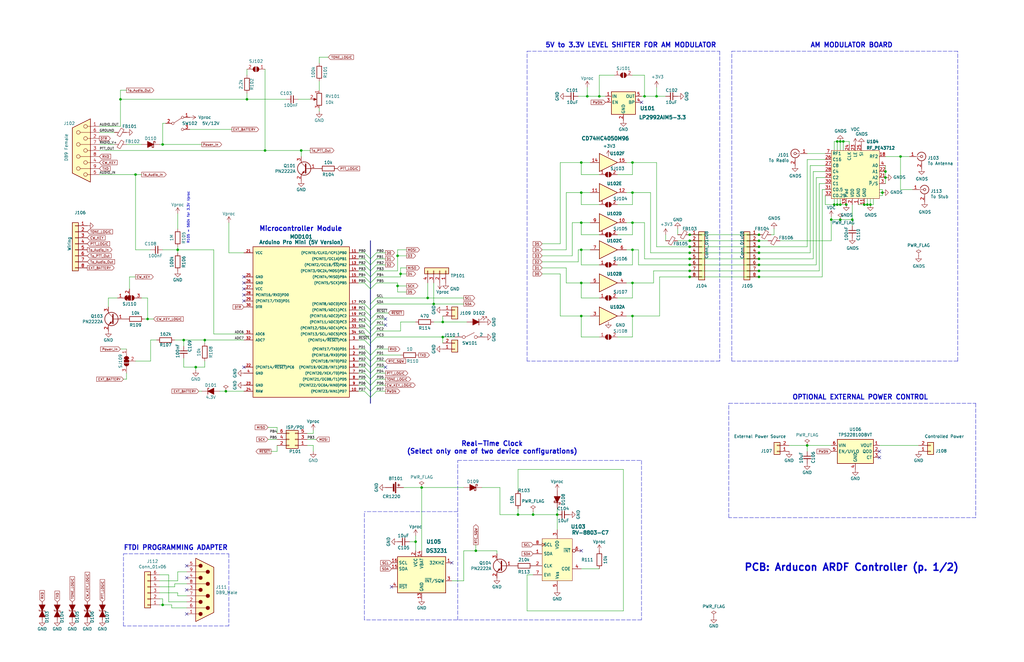
<source format=kicad_sch>
(kicad_sch (version 20211123) (generator eeschema)
  (paper "B")
  (title_block (title "Arducon") (date "2022-01-20") (rev "V3.0"))
  (junction (at 320.04 111.76))
  (junction (at 247.65 40.64))
  (junction (at 245.11 93.98))
  (junction (at 62.23 134.62))
  (junction (at 82.55 154.94))
  (junction (at 95.25 165.1))
  (junction (at 271.78 40.64))
  (junction (at 290.83 116.84))
  (junction (at 57.15 73.66))
  (junction (at 354.33 86.36))
  (junction (at 359.41 92.71))
  (junction (at 182.88 128.27))
  (junction (at 245.11 119.38))
  (junction (at 50.8 41.91))
  (junction (at 86.36 143.51))
  (junction (at 290.83 101.6))
  (junction (at 104.14 41.91))
  (junction (at 372.11 81.28))
  (junction (at 320.04 116.84))
  (junction (at 74.93 105.41))
  (junction (at 186.69 142.24))
  (junction (at 354.33 92.71))
  (junction (at 245.11 105.41))
  (junction (at 276.86 40.64))
  (junction (at 290.83 106.68))
  (junction (at 266.7 119.38))
  (junction (at 355.6 59.69))
  (junction (at 379.73 66.04))
  (junction (at 224.79 217.17))
  (junction (at 364.49 86.36))
  (junction (at 245.11 133.35))
  (junction (at 320.04 101.6))
  (junction (at 320.04 104.14))
  (junction (at 234.95 217.17))
  (junction (at 245.11 81.28))
  (junction (at 77.47 143.51))
  (junction (at 252.73 40.64))
  (junction (at 200.66 232.41))
  (junction (at 186.69 135.89))
  (junction (at 320.04 109.22))
  (junction (at 351.79 86.36))
  (junction (at 111.76 63.5))
  (junction (at 290.83 111.76))
  (junction (at 290.83 99.06))
  (junction (at 353.06 59.69))
  (junction (at 266.7 93.98))
  (junction (at 167.64 107.95))
  (junction (at 290.83 114.3))
  (junction (at 367.03 86.36))
  (junction (at 373.38 72.39))
  (junction (at 365.76 86.36))
  (junction (at 127 63.5))
  (junction (at 320.04 106.68))
  (junction (at 177.8 205.74))
  (junction (at 320.04 99.06))
  (junction (at 180.34 125.73))
  (junction (at 266.7 81.28))
  (junction (at 353.06 86.36))
  (junction (at 266.7 133.35))
  (junction (at 373.38 74.93))
  (junction (at 68.58 255.27))
  (junction (at 290.83 109.22))
  (junction (at 167.64 120.65))
  (junction (at 356.87 86.36))
  (junction (at 175.26 228.6))
  (junction (at 266.7 68.58))
  (junction (at 350.52 92.71))
  (junction (at 266.7 105.41))
  (junction (at 245.11 68.58))
  (junction (at 354.33 59.69))
  (junction (at 218.44 217.17))
  (junction (at 168.91 115.57))
  (junction (at 320.04 114.3))
  (junction (at 68.58 60.96))
  (junction (at 340.36 187.96))
  (junction (at 290.83 104.14))
  (no_connect (at 78.74 238.76))
  (no_connect (at 102.87 127))
  (no_connect (at 270.51 43.18))
  (no_connect (at 102.87 124.46))
  (no_connect (at 370.84 190.5))
  (no_connect (at 190.5 237.49))
  (no_connect (at 78.74 243.84))
  (no_connect (at 102.87 121.92))
  (no_connect (at 162.56 137.16))
  (no_connect (at 165.1 247.65))
  (no_connect (at 245.11 232.41))
  (no_connect (at 102.87 116.84))
  (no_connect (at 102.87 119.38))
  (no_connect (at 78.74 259.08))
  (no_connect (at 162.56 134.62))
  (no_connect (at 162.56 154.94))
  (no_connect (at 102.87 154.94))
  (no_connect (at 370.84 193.04))
  (no_connect (at 78.74 248.92))
  (bus_entry (at 153.67 130.81) (size 2.54 2.54))
  (bus_entry (at 153.67 116.84) (size 2.54 2.54))
  (bus_entry (at 153.67 143.51) (size 2.54 2.54))
  (bus_entry (at 153.67 160.02) (size 2.54 2.54))
  (bus_entry (at 153.67 119.38) (size 2.54 2.54))
  (bus_entry (at 156.21 142.24) (size 2.54 -2.54))
  (bus_entry (at 153.67 140.97) (size 2.54 2.54))
  (bus_entry (at 153.67 111.76) (size 2.54 2.54))
  (bus_entry (at 156.21 116.84) (size 2.54 -2.54))
  (bus_entry (at 156.21 121.92) (size 2.54 -2.54))
  (bus_entry (at 153.67 165.1) (size 2.54 2.54))
  (bus_entry (at 153.67 154.94) (size 2.54 2.54))
  (bus_entry (at 153.67 109.22) (size 2.54 2.54))
  (bus_entry (at 156.21 137.16) (size 2.54 -2.54))
  (bus_entry (at 156.21 162.56) (size 2.54 -2.54))
  (bus_entry (at 153.67 106.68) (size 2.54 2.54))
  (bus_entry (at 156.21 160.02) (size 2.54 -2.54))
  (bus_entry (at 156.21 157.48) (size 2.54 -2.54))
  (bus_entry (at 156.21 149.86) (size 2.54 -2.54))
  (bus_entry (at 153.67 133.35) (size 2.54 2.54))
  (bus_entry (at 153.67 157.48) (size 2.54 2.54))
  (bus_entry (at 153.67 147.32) (size 2.54 2.54))
  (bus_entry (at 156.21 165.1) (size 2.54 -2.54))
  (bus_entry (at 156.21 134.62) (size 2.54 -2.54))
  (bus_entry (at 156.21 114.3) (size 2.54 -2.54))
  (bus_entry (at 153.67 135.89) (size 2.54 2.54))
  (bus_entry (at 156.21 139.7) (size 2.54 -2.54))
  (bus_entry (at 156.21 152.4) (size 2.54 -2.54))
  (bus_entry (at 153.67 138.43) (size 2.54 2.54))
  (bus_entry (at 156.21 154.94) (size 2.54 -2.54))
  (bus_entry (at 153.67 114.3) (size 2.54 2.54))
  (bus_entry (at 156.21 130.81) (size 2.54 -2.54))
  (bus_entry (at 156.21 111.76) (size 2.54 -2.54))
  (bus_entry (at 153.67 128.27) (size 2.54 2.54))
  (bus_entry (at 156.21 167.64) (size 2.54 -2.54))
  (bus_entry (at 156.21 128.27) (size 2.54 -2.54))
  (bus_entry (at 156.21 144.78) (size 2.54 -2.54))
  (bus_entry (at 156.21 109.22) (size 2.54 -2.54))
  (bus_entry (at 153.67 152.4) (size 2.54 2.54))
  (bus_entry (at 153.67 149.86) (size 2.54 2.54))
  (bus_entry (at 156.21 119.38) (size 2.54 -2.54))
  (bus_entry (at 153.67 162.56) (size 2.54 2.54))
  (wire (pts (xy 153.67 143.51) (xy 151.13 143.51)))
  (wire (pts (xy 72.39 255.27) (xy 72.39 256.54)))
  (wire (pts (xy 370.84 82.55) (xy 372.11 82.55)))
  (wire (pts (xy 163.83 132.08) (xy 158.75 132.08)))
  (bus (pts (xy 156.21 146.05) (xy 156.21 149.86)))
  (bus (pts (xy 156.21 139.7) (xy 156.21 140.97)))
  (wire (pts (xy 259.08 31.75) (xy 252.73 31.75)))
  (wire (pts (xy 354.33 92.71) (xy 359.41 92.71)))
  (wire (pts (xy 347.98 86.36) (xy 351.79 86.36)))
  (polyline (pts (xy 96.52 264.16) (xy 52.07 264.16)))
  (wire (pts (xy 252.73 111.76) (xy 245.11 111.76)))
  (wire (pts (xy 266.7 86.36) (xy 266.7 81.28)))
  (wire (pts (xy 224.79 215.9) (xy 224.79 217.17)))
  (wire (pts (xy 153.67 109.22) (xy 151.13 109.22)))
  (wire (pts (xy 96.52 106.68) (xy 102.87 106.68)))
  (wire (pts (xy 320.04 111.76) (xy 344.17 111.76)))
  (wire (pts (xy 50.8 41.91) (xy 104.14 41.91)))
  (wire (pts (xy 266.7 68.58) (xy 276.86 68.58)))
  (bus (pts (xy 156.21 119.38) (xy 156.21 121.92)))
  (wire (pts (xy 347.98 64.77) (xy 340.36 64.77)))
  (wire (pts (xy 82.55 156.21) (xy 82.55 154.94)))
  (wire (pts (xy 116.84 180.34) (xy 116.84 182.88)))
  (wire (pts (xy 132.08 187.96) (xy 132.08 190.5)))
  (wire (pts (xy 328.93 101.6) (xy 350.52 101.6)))
  (wire (pts (xy 224.79 217.17) (xy 234.95 217.17)))
  (wire (pts (xy 368.3 86.36) (xy 367.03 86.36)))
  (bus (pts (xy 156.21 140.97) (xy 156.21 142.24)))
  (bus (pts (xy 156.21 109.22) (xy 156.21 111.76)))
  (wire (pts (xy 264.16 68.58) (xy 266.7 68.58)))
  (polyline (pts (xy 96.52 233.68) (xy 96.52 264.16)))
  (wire (pts (xy 247.65 36.83) (xy 247.65 40.64)))
  (wire (pts (xy 59.69 125.73) (xy 62.23 125.73)))
  (wire (pts (xy 353.06 63.5) (xy 353.06 59.69)))
  (wire (pts (xy 275.59 119.38) (xy 275.59 114.3)))
  (wire (pts (xy 234.95 214.63) (xy 234.95 217.17)))
  (wire (pts (xy 266.7 99.06) (xy 266.7 93.98)))
  (wire (pts (xy 182.88 135.89) (xy 186.69 135.89)))
  (wire (pts (xy 83.82 165.1) (xy 85.09 165.1)))
  (wire (pts (xy 228.6 107.95) (xy 241.3 107.95)))
  (bus (pts (xy 156.21 143.51) (xy 156.21 144.78)))
  (bus (pts (xy 156.21 157.48) (xy 156.21 160.02)))
  (wire (pts (xy 351.79 86.36) (xy 353.06 86.36)))
  (wire (pts (xy 320.04 109.22) (xy 342.9 109.22)))
  (wire (pts (xy 252.73 86.36) (xy 245.11 86.36)))
  (wire (pts (xy 266.7 133.35) (xy 278.13 133.35)))
  (wire (pts (xy 243.84 110.49) (xy 243.84 105.41)))
  (wire (pts (xy 162.56 152.4) (xy 158.75 152.4)))
  (wire (pts (xy 278.13 116.84) (xy 290.83 116.84)))
  (wire (pts (xy 218.44 217.17) (xy 224.79 217.17)))
  (wire (pts (xy 285.75 96.52) (xy 285.75 99.06)))
  (wire (pts (xy 86.36 143.51) (xy 86.36 144.78)))
  (wire (pts (xy 73.66 247.65) (xy 73.66 246.38)))
  (wire (pts (xy 370.84 81.28) (xy 372.11 81.28)))
  (wire (pts (xy 90.17 105.41) (xy 90.17 140.97)))
  (wire (pts (xy 171.45 123.19) (xy 167.64 123.19)))
  (wire (pts (xy 260.35 142.24) (xy 266.7 142.24)))
  (wire (pts (xy 320.04 116.84) (xy 346.71 116.84)))
  (wire (pts (xy 290.83 99.06) (xy 320.04 99.06)))
  (wire (pts (xy 162.56 165.1) (xy 158.75 165.1)))
  (wire (pts (xy 127 66.04) (xy 127 63.5)))
  (wire (pts (xy 74.93 104.14) (xy 74.93 105.41)))
  (wire (pts (xy 344.17 74.93) (xy 347.98 74.93)))
  (wire (pts (xy 48.26 60.96) (xy 41.91 60.96)))
  (wire (pts (xy 62.23 134.62) (xy 60.96 134.62)))
  (wire (pts (xy 162.56 134.62) (xy 158.75 134.62)))
  (wire (pts (xy 68.58 252.73) (xy 68.58 255.27)))
  (bus (pts (xy 156.21 167.64) (xy 156.21 170.18)))
  (wire (pts (xy 290.83 111.76) (xy 269.24 111.76)))
  (wire (pts (xy 67.31 250.19) (xy 74.93 250.19)))
  (bus (pts (xy 156.21 165.1) (xy 156.21 167.64)))
  (wire (pts (xy 276.86 104.14) (xy 290.83 104.14)))
  (wire (pts (xy 373.38 66.04) (xy 379.73 66.04)))
  (wire (pts (xy 134.62 24.13) (xy 138.43 24.13)))
  (bus (pts (xy 156.21 130.81) (xy 156.21 133.35)))
  (wire (pts (xy 370.84 187.96) (xy 387.35 187.96)))
  (wire (pts (xy 367.03 83.82) (xy 367.03 86.36)))
  (wire (pts (xy 245.11 73.66) (xy 245.11 68.58)))
  (bus (pts (xy 156.21 128.27) (xy 156.21 130.81)))
  (wire (pts (xy 373.38 69.85) (xy 373.38 72.39)))
  (wire (pts (xy 266.7 119.38) (xy 275.59 119.38)))
  (wire (pts (xy 222.25 242.57) (xy 222.25 257.81)))
  (polyline (pts (xy 193.04 194.31) (xy 270.51 194.31)))
  (wire (pts (xy 57.15 105.41) (xy 63.5 105.41)))
  (wire (pts (xy 162.56 162.56) (xy 158.75 162.56)))
  (wire (pts (xy 53.34 38.1) (xy 50.8 38.1)))
  (wire (pts (xy 104.14 41.91) (xy 120.65 41.91)))
  (wire (pts (xy 325.12 99.06) (xy 326.39 99.06)))
  (wire (pts (xy 180.34 125.73) (xy 180.34 119.38)))
  (wire (pts (xy 134.62 34.29) (xy 134.62 38.1)))
  (wire (pts (xy 332.74 187.96) (xy 340.36 187.96)))
  (wire (pts (xy 353.06 86.36) (xy 354.33 86.36)))
  (wire (pts (xy 266.7 31.75) (xy 271.78 31.75)))
  (wire (pts (xy 355.6 59.69) (xy 358.14 59.69)))
  (bus (pts (xy 156.21 101.6) (xy 156.21 109.22)))
  (wire (pts (xy 68.58 105.41) (xy 74.93 105.41)))
  (polyline (pts (xy 307.34 218.44) (xy 307.34 170.18)))
  (wire (pts (xy 45.72 129.54) (xy 45.72 125.73)))
  (bus (pts (xy 156.21 134.62) (xy 156.21 135.89)))
  (wire (pts (xy 252.73 31.75) (xy 252.73 40.64)))
  (wire (pts (xy 41.91 53.34) (xy 50.8 53.34)))
  (wire (pts (xy 290.83 114.3) (xy 320.04 114.3)))
  (wire (pts (xy 134.62 26.67) (xy 134.62 24.13)))
  (wire (pts (xy 77.47 154.94) (xy 77.47 151.13)))
  (wire (pts (xy 153.67 133.35) (xy 151.13 133.35)))
  (wire (pts (xy 168.91 115.57) (xy 168.91 116.84)))
  (wire (pts (xy 170.18 205.74) (xy 177.8 205.74)))
  (wire (pts (xy 368.3 83.82) (xy 368.3 86.36)))
  (wire (pts (xy 341.63 106.68) (xy 341.63 69.85)))
  (wire (pts (xy 158.75 116.84) (xy 168.91 116.84)))
  (polyline (pts (xy 411.48 170.18) (xy 411.48 218.44)))
  (wire (pts (xy 74.93 90.17) (xy 74.93 96.52)))
  (wire (pts (xy 353.06 83.82) (xy 353.06 86.36)))
  (wire (pts (xy 67.31 255.27) (xy 68.58 255.27)))
  (wire (pts (xy 269.24 105.41) (xy 266.7 105.41)))
  (bus (pts (xy 156.21 144.78) (xy 156.21 146.05)))
  (wire (pts (xy 290.83 101.6) (xy 320.04 101.6)))
  (bus (pts (xy 156.21 121.92) (xy 156.21 128.27)))
  (wire (pts (xy 262.89 198.12) (xy 218.44 198.12)))
  (wire (pts (xy 67.31 252.73) (xy 68.58 252.73)))
  (polyline (pts (xy 403.86 21.59) (xy 308.61 21.59)))
  (wire (pts (xy 172.72 228.6) (xy 175.26 228.6)))
  (wire (pts (xy 320.04 114.3) (xy 345.44 114.3)))
  (wire (pts (xy 171.45 120.65) (xy 167.64 120.65)))
  (polyline (pts (xy 270.51 261.62) (xy 153.67 261.62)))
  (wire (pts (xy 372.11 80.01) (xy 372.11 81.28)))
  (wire (pts (xy 274.32 106.68) (xy 290.83 106.68)))
  (polyline (pts (xy 52.07 264.16) (xy 52.07 233.68)))
  (wire (pts (xy 132.08 182.88) (xy 132.08 181.61)))
  (wire (pts (xy 129.54 182.88) (xy 132.08 182.88)))
  (wire (pts (xy 158.75 139.7) (xy 168.91 139.7)))
  (wire (pts (xy 171.45 105.41) (xy 167.64 105.41)))
  (wire (pts (xy 252.73 125.73) (xy 245.11 125.73)))
  (polyline (pts (xy 403.86 152.4) (xy 403.86 21.59)))
  (wire (pts (xy 344.17 111.76) (xy 344.17 74.93)))
  (bus (pts (xy 156.21 154.94) (xy 156.21 157.48)))
  (wire (pts (xy 52.07 160.02) (xy 53.34 160.02)))
  (wire (pts (xy 354.33 59.69) (xy 353.06 59.69)))
  (wire (pts (xy 274.32 81.28) (xy 274.32 106.68)))
  (wire (pts (xy 162.56 137.16) (xy 158.75 137.16)))
  (wire (pts (xy 162.56 111.76) (xy 158.75 111.76)))
  (wire (pts (xy 111.76 63.5) (xy 127 63.5)))
  (wire (pts (xy 153.67 128.27) (xy 151.13 128.27)))
  (wire (pts (xy 340.36 187.96) (xy 350.52 187.96)))
  (wire (pts (xy 245.11 93.98) (xy 248.92 93.98)))
  (wire (pts (xy 367.03 86.36) (xy 365.76 86.36)))
  (wire (pts (xy 245.11 142.24) (xy 245.11 133.35)))
  (wire (pts (xy 153.67 147.32) (xy 151.13 147.32)))
  (wire (pts (xy 195.58 245.11) (xy 195.58 232.41)))
  (wire (pts (xy 175.26 228.6) (xy 175.26 226.06)))
  (wire (pts (xy 68.58 255.27) (xy 72.39 255.27)))
  (wire (pts (xy 153.67 152.4) (xy 151.13 152.4)))
  (wire (pts (xy 116.84 190.5) (xy 114.3 190.5)))
  (wire (pts (xy 68.58 52.07) (xy 69.85 52.07)))
  (wire (pts (xy 350.52 92.71) (xy 350.52 91.44)))
  (wire (pts (xy 53.34 160.02) (xy 53.34 157.48)))
  (wire (pts (xy 370.84 80.01) (xy 372.11 80.01)))
  (bus (pts (xy 156.21 152.4) (xy 156.21 154.94)))
  (wire (pts (xy 177.8 232.41) (xy 177.8 205.74)))
  (wire (pts (xy 260.35 125.73) (xy 266.7 125.73)))
  (wire (pts (xy 104.14 31.75) (xy 104.14 29.21)))
  (wire (pts (xy 245.11 119.38) (xy 248.92 119.38)))
  (bus (pts (xy 156.21 135.89) (xy 156.21 137.16)))
  (wire (pts (xy 74.93 245.11) (xy 74.93 241.3)))
  (wire (pts (xy 57.15 152.4) (xy 63.5 152.4)))
  (wire (pts (xy 290.83 106.68) (xy 320.04 106.68)))
  (wire (pts (xy 340.36 104.14) (xy 340.36 67.31)))
  (polyline (pts (xy 193.04 215.9) (xy 153.67 215.9)))
  (wire (pts (xy 48.26 55.88) (xy 41.91 55.88)))
  (wire (pts (xy 358.14 59.69) (xy 358.14 60.96)))
  (bus (pts (xy 156.21 116.84) (xy 156.21 119.38)))
  (wire (pts (xy 346.71 116.84) (xy 346.71 80.01)))
  (wire (pts (xy 134.62 45.72) (xy 134.62 46.99)))
  (wire (pts (xy 90.17 140.97) (xy 102.87 140.97)))
  (wire (pts (xy 252.73 40.64) (xy 247.65 40.64)))
  (wire (pts (xy 245.11 68.58) (xy 248.92 68.58)))
  (wire (pts (xy 320.04 104.14) (xy 340.36 104.14)))
  (wire (pts (xy 260.35 73.66) (xy 266.7 73.66)))
  (bus (pts (xy 156.21 160.02) (xy 156.21 162.56)))
  (wire (pts (xy 276.86 36.83) (xy 276.86 40.64)))
  (wire (pts (xy 182.88 128.27) (xy 182.88 119.38)))
  (polyline (pts (xy 52.07 233.68) (xy 96.52 233.68)))
  (wire (pts (xy 266.7 105.41) (xy 264.16 105.41)))
  (wire (pts (xy 153.67 149.86) (xy 151.13 149.86)))
  (wire (pts (xy 67.31 242.57) (xy 71.12 242.57)))
  (wire (pts (xy 228.6 105.41) (xy 238.76 105.41)))
  (wire (pts (xy 129.54 187.96) (xy 132.08 187.96)))
  (wire (pts (xy 236.22 115.57) (xy 228.6 115.57)))
  (wire (pts (xy 50.8 38.1) (xy 50.8 41.91)))
  (wire (pts (xy 180.34 125.73) (xy 195.58 125.73)))
  (wire (pts (xy 218.44 214.63) (xy 218.44 217.17)))
  (wire (pts (xy 355.6 59.69) (xy 354.33 59.69)))
  (bus (pts (xy 156.21 162.56) (xy 156.21 165.1)))
  (wire (pts (xy 346.71 80.01) (xy 347.98 80.01)))
  (wire (pts (xy 171.45 113.03) (xy 168.91 113.03)))
  (wire (pts (xy 104.14 39.37) (xy 104.14 41.91)))
  (bus (pts (xy 156.21 133.35) (xy 156.21 134.62)))
  (wire (pts (xy 167.64 105.41) (xy 167.64 107.95)))
  (wire (pts (xy 153.67 114.3) (xy 151.13 114.3)))
  (wire (pts (xy 238.76 81.28) (xy 245.11 81.28)))
  (wire (pts (xy 158.75 114.3) (xy 167.64 114.3)))
  (wire (pts (xy 153.67 138.43) (xy 151.13 138.43)))
  (wire (pts (xy 158.75 160.02) (xy 162.56 160.02)))
  (wire (pts (xy 350.52 92.71) (xy 354.33 92.71)))
  (wire (pts (xy 82.55 154.94) (xy 86.36 154.94)))
  (wire (pts (xy 379.73 80.01) (xy 379.73 66.04)))
  (wire (pts (xy 95.25 165.1) (xy 102.87 165.1)))
  (wire (pts (xy 241.3 107.95) (xy 241.3 93.98)))
  (wire (pts (xy 59.69 73.66) (xy 57.15 73.66)))
  (wire (pts (xy 158.75 125.73) (xy 180.34 125.73)))
  (polyline (pts (xy 307.34 170.18) (xy 411.48 170.18)))
  (wire (pts (xy 158.75 119.38) (xy 167.64 119.38)))
  (wire (pts (xy 53.34 60.96) (xy 59.69 60.96)))
  (wire (pts (xy 236.22 102.87) (xy 228.6 102.87)))
  (wire (pts (xy 153.67 165.1) (xy 151.13 165.1)))
  (wire (pts (xy 262.89 257.81) (xy 262.89 198.12)))
  (wire (pts (xy 238.76 113.03) (xy 238.76 119.38)))
  (wire (pts (xy 162.56 109.22) (xy 158.75 109.22)))
  (wire (pts (xy 133.35 185.42) (xy 129.54 185.42)))
  (wire (pts (xy 168.91 139.7) (xy 168.91 135.89)))
  (wire (pts (xy 86.36 154.94) (xy 86.36 152.4)))
  (wire (pts (xy 158.75 142.24) (xy 186.69 142.24)))
  (wire (pts (xy 67.31 60.96) (xy 68.58 60.96)))
  (wire (pts (xy 354.33 63.5) (xy 354.33 59.69)))
  (wire (pts (xy 67.31 245.11) (xy 74.93 245.11)))
  (wire (pts (xy 167.64 120.65) (xy 167.64 119.38)))
  (wire (pts (xy 255.27 40.64) (xy 252.73 40.64)))
  (wire (pts (xy 264.16 119.38) (xy 266.7 119.38)))
  (wire (pts (xy 57.15 116.84) (xy 54.61 116.84)))
  (wire (pts (xy 195.58 232.41) (xy 200.66 232.41)))
  (wire (pts (xy 351.79 83.82) (xy 351.79 86.36)))
  (wire (pts (xy 74.93 251.46) (xy 78.74 251.46)))
  (wire (pts (xy 372.11 81.28) (xy 372.11 82.55)))
  (wire (pts (xy 210.82 205.74) (xy 210.82 217.17)))
  (wire (pts (xy 167.64 107.95) (xy 167.64 114.3)))
  (polyline (pts (xy 270.51 194.31) (xy 270.51 261.62)))
  (wire (pts (xy 278.13 133.35) (xy 278.13 116.84)))
  (wire (pts (xy 271.78 93.98) (xy 266.7 93.98)))
  (wire (pts (xy 228.6 110.49) (xy 243.84 110.49)))
  (wire (pts (xy 162.56 106.68) (xy 158.75 106.68)))
  (wire (pts (xy 74.93 105.41) (xy 90.17 105.41)))
  (wire (pts (xy 41.91 73.66) (xy 57.15 73.66)))
  (wire (pts (xy 323.85 101.6) (xy 320.04 101.6)))
  (wire (pts (xy 354.33 83.82) (xy 354.33 86.36)))
  (bus (pts (xy 156.21 137.16) (xy 156.21 138.43)))
  (wire (pts (xy 41.91 63.5) (xy 111.76 63.5)))
  (wire (pts (xy 350.52 101.6) (xy 350.52 92.71)))
  (wire (pts (xy 342.9 72.39) (xy 347.98 72.39)))
  (wire (pts (xy 245.11 105.41) (xy 248.92 105.41)))
  (wire (pts (xy 153.67 140.97) (xy 151.13 140.97)))
  (wire (pts (xy 276.86 68.58) (xy 276.86 104.14)))
  (wire (pts (xy 54.61 121.92) (xy 54.61 116.84)))
  (wire (pts (xy 340.36 190.5) (xy 340.36 187.96)))
  (wire (pts (xy 355.6 63.5) (xy 355.6 59.69)))
  (polyline (pts (xy 222.25 21.59) (xy 303.53 21.59)))
  (wire (pts (xy 113.03 185.42) (xy 116.84 185.42)))
  (wire (pts (xy 361.95 86.36) (xy 364.49 86.36)))
  (polyline (pts (xy 222.25 152.4) (xy 222.25 21.59)))
  (wire (pts (xy 224.79 242.57) (xy 222.25 242.57)))
  (polyline (pts (xy 411.48 218.44) (xy 307.34 218.44)))
  (wire (pts (xy 347.98 82.55) (xy 347.98 86.36)))
  (wire (pts (xy 241.3 93.98) (xy 245.11 93.98)))
  (wire (pts (xy 171.45 107.95) (xy 167.64 107.95)))
  (wire (pts (xy 354.33 86.36) (xy 356.87 86.36)))
  (wire (pts (xy 340.36 67.31) (xy 347.98 67.31)))
  (wire (pts (xy 245.11 133.35) (xy 248.92 133.35)))
  (wire (pts (xy 285.75 101.6) (xy 290.83 101.6)))
  (wire (pts (xy 260.35 99.06) (xy 266.7 99.06)))
  (wire (pts (xy 236.22 133.35) (xy 245.11 133.35)))
  (wire (pts (xy 290.83 116.84) (xy 320.04 116.84)))
  (wire (pts (xy 200.66 232.41) (xy 209.55 232.41)))
  (wire (pts (xy 63.5 152.4) (xy 63.5 143.51)))
  (wire (pts (xy 266.7 111.76) (xy 266.7 105.41)))
  (wire (pts (xy 186.69 144.78) (xy 186.69 142.24)))
  (wire (pts (xy 290.83 111.76) (xy 320.04 111.76)))
  (wire (pts (xy 266.7 73.66) (xy 266.7 68.58)))
  (wire (pts (xy 266.7 142.24) (xy 266.7 133.35)))
  (wire (pts (xy 236.22 68.58) (xy 236.22 102.87)))
  (wire (pts (xy 153.67 160.02) (xy 151.13 160.02)))
  (wire (pts (xy 290.83 109.22) (xy 320.04 109.22)))
  (wire (pts (xy 238.76 105.41) (xy 238.76 81.28)))
  (wire (pts (xy 177.8 205.74) (xy 195.58 205.74)))
  (wire (pts (xy 158.75 147.32) (xy 163.83 147.32)))
  (polyline (pts (xy 303.53 152.4) (xy 222.25 152.4)))
  (wire (pts (xy 72.39 256.54) (xy 78.74 256.54)))
  (wire (pts (xy 45.72 125.73) (xy 49.53 125.73)))
  (wire (pts (xy 260.35 111.76) (xy 266.7 111.76)))
  (wire (pts (xy 171.45 115.57) (xy 168.91 115.57)))
  (wire (pts (xy 77.47 143.51) (xy 86.36 143.51)))
  (wire (pts (xy 74.93 105.41) (xy 74.93 106.68)))
  (wire (pts (xy 379.73 66.04) (xy 383.54 66.04)))
  (wire (pts (xy 326.39 96.52) (xy 326.39 99.06)))
  (wire (pts (xy 384.81 80.01) (xy 379.73 80.01)))
  (wire (pts (xy 252.73 99.06) (xy 245.11 99.06)))
  (wire (pts (xy 64.77 134.62) (xy 62.23 134.62)))
  (polyline (pts (xy 303.53 21.59) (xy 303.53 152.4)))
  (wire (pts (xy 345.44 114.3) (xy 345.44 77.47)))
  (wire (pts (xy 290.83 104.14) (xy 320.04 104.14)))
  (wire (pts (xy 271.78 31.75) (xy 271.78 40.64)))
  (wire (pts (xy 77.47 146.05) (xy 77.47 143.51)))
  (wire (pts (xy 57.15 73.66) (xy 57.15 105.41)))
  (wire (pts (xy 245.11 125.73) (xy 245.11 119.38)))
  (polyline (pts (xy 153.67 261.62) (xy 153.67 215.9)))
  (wire (pts (xy 247.65 40.64) (xy 243.84 40.64)))
  (wire (pts (xy 130.81 41.91) (xy 125.73 41.91)))
  (wire (pts (xy 113.03 180.34) (xy 116.84 180.34)))
  (wire (pts (xy 153.67 135.89) (xy 151.13 135.89)))
  (wire (pts (xy 190.5 245.11) (xy 195.58 245.11)))
  (wire (pts (xy 167.64 123.19) (xy 167.64 120.65)))
  (wire (pts (xy 260.35 86.36) (xy 266.7 86.36)))
  (wire (pts (xy 320.04 106.68) (xy 341.63 106.68)))
  (wire (pts (xy 245.11 86.36) (xy 245.11 81.28)))
  (wire (pts (xy 85.09 60.96) (xy 68.58 60.96)))
  (wire (pts (xy 353.06 59.69) (xy 351.79 59.69)))
  (bus (pts (xy 156.21 149.86) (xy 156.21 152.4)))
  (wire (pts (xy 266.7 125.73) (xy 266.7 119.38)))
  (wire (pts (xy 74.93 250.19) (xy 74.93 251.46)))
  (wire (pts (xy 153.67 157.48) (xy 151.13 157.48)))
  (wire (pts (xy 245.11 81.28) (xy 248.92 81.28)))
  (wire (pts (xy 92.71 165.1) (xy 95.25 165.1)))
  (wire (pts (xy 359.41 86.36) (xy 359.41 92.71)))
  (wire (pts (xy 271.78 40.64) (xy 270.51 40.64)))
  (wire (pts (xy 222.25 257.81) (xy 262.89 257.81)))
  (wire (pts (xy 62.23 125.73) (xy 62.23 134.62)))
  (wire (pts (xy 266.7 93.98) (xy 264.16 93.98)))
  (bus (pts (xy 156.21 138.43) (xy 156.21 139.7)))
  (wire (pts (xy 86.36 143.51) (xy 102.87 143.51)))
  (polyline (pts (xy 308.61 152.4) (xy 308.61 21.59)))
  (wire (pts (xy 50.8 53.34) (xy 50.8 41.91)))
  (wire (pts (xy 175.26 232.41) (xy 175.26 228.6)))
  (polyline (pts (xy 193.04 261.62) (xy 193.04 194.31)))
  (wire (pts (xy 236.22 68.58) (xy 245.11 68.58)))
  (wire (pts (xy 264.16 133.35) (xy 266.7 133.35)))
  (wire (pts (xy 77.47 154.94) (xy 82.55 154.94)))
  (wire (pts (xy 168.91 113.03) (xy 168.91 115.57)))
  (wire (pts (xy 151.13 154.94) (xy 153.67 154.94)))
  (wire (pts (xy 280.67 101.6) (xy 280.67 99.06)))
  (wire (pts (xy 236.22 115.57) (xy 236.22 133.35)))
  (wire (pts (xy 365.76 83.82) (xy 365.76 86.36)))
  (wire (pts (xy 71.12 242.57) (xy 71.12 254)))
  (wire (pts (xy 359.41 95.25) (xy 359.41 92.71)))
  (wire (pts (xy 158.75 157.48) (xy 162.56 157.48)))
  (wire (pts (xy 290.83 109.22) (xy 271.78 109.22)))
  (wire (pts (xy 373.38 72.39) (xy 373.38 74.93)))
  (wire (pts (xy 351.79 63.5) (xy 351.79 59.69)))
  (wire (pts (xy 245.11 111.76) (xy 245.11 105.41)))
  (wire (pts (xy 275.59 114.3) (xy 290.83 114.3)))
  (wire (pts (xy 130.81 63.5) (xy 127 63.5)))
  (wire (pts (xy 151.13 106.68) (xy 153.67 106.68)))
  (wire (pts (xy 186.69 133.35) (xy 186.69 135.89)))
  (wire (pts (xy 364.49 86.36) (xy 365.76 86.36)))
  (bus (pts (xy 156.21 142.24) (xy 156.21 143.51)))
  (wire (pts (xy 182.88 128.27) (xy 195.58 128.27)))
  (bus (pts (xy 156.21 111.76) (xy 156.21 114.3)))
  (wire (pts (xy 73.66 143.51) (xy 77.47 143.51)))
  (wire (pts (xy 342.9 109.22) (xy 342.9 72.39)))
  (wire (pts (xy 341.63 69.85) (xy 347.98 69.85)))
  (wire (pts (xy 264.16 81.28) (xy 266.7 81.28)))
  (wire (pts (xy 158.75 128.27) (xy 182.88 128.27)))
  (wire (pts (xy 96.52 93.98) (xy 96.52 106.68)))
  (wire (pts (xy 245.11 99.06) (xy 245.11 93.98)))
  (wire (pts (xy 234.95 217.17) (xy 234.95 223.52)))
  (wire (pts (xy 50.8 147.32) (xy 53.34 147.32)))
  (wire (pts (xy 153.67 119.38) (xy 151.13 119.38)))
  (polyline (pts (xy 403.86 152.4) (xy 308.61 152.4)))
  (wire (pts (xy 280.67 40.64) (xy 276.86 40.64)))
  (wire (pts (xy 111.76 29.21) (xy 111.76 63.5)))
  (wire (pts (xy 68.58 60.96) (xy 68.58 52.07)))
  (wire (pts (xy 186.69 135.89) (xy 196.85 135.89)))
  (wire (pts (xy 245.11 240.03) (xy 252.73 240.03)))
  (wire (pts (xy 252.73 142.24) (xy 245.11 142.24)))
  (wire (pts (xy 74.93 241.3) (xy 78.74 241.3)))
  (wire (pts (xy 269.24 111.76) (xy 269.24 105.41)))
  (wire (pts (xy 153.67 116.84) (xy 151.13 116.84)))
  (wire (pts (xy 97.79 54.61) (xy 80.01 54.61)))
  (wire (pts (xy 168.91 135.89) (xy 175.26 135.89)))
  (wire (pts (xy 153.67 111.76) (xy 151.13 111.76)))
  (wire (pts (xy 200.66 229.87) (xy 200.66 232.41)))
  (wire (pts (xy 203.2 205.74) (xy 210.82 205.74)))
  (wire (pts (xy 71.12 254) (xy 78.74 254)))
  (wire (pts (xy 153.67 162.56) (xy 151.13 162.56)))
  (wire (pts (xy 209.55 233.68) (xy 209.55 232.41)))
  (wire (pts (xy 116.84 187.96) (xy 116.84 190.5)))
  (wire (pts (xy 210.82 217.17) (xy 218.44 217.17)))
  (wire (pts (xy 66.04 143.51) (xy 63.5 143.51)))
  (wire (pts (xy 186.69 142.24) (xy 191.77 142.24)))
  (wire (pts (xy 276.86 40.64) (xy 271.78 40.64)))
  (wire (pts (xy 252.73 73.66) (xy 245.11 73.66)))
  (wire (pts (xy 153.67 130.81) (xy 151.13 130.81)))
  (wire (pts (xy 67.31 247.65) (xy 73.66 247.65)))
  (wire (pts (xy 266.7 81.28) (xy 274.32 81.28)))
  (wire (pts (xy 238.76 119.38) (xy 245.11 119.38)))
  (bus (pts (xy 156.21 114.3) (xy 156.21 116.84)))
  (wire (pts (xy 162.56 154.94) (xy 158.75 154.94)))
  (wire (pts (xy 243.84 105.41) (xy 245.11 105.41)))
  (wire (pts (xy 271.78 109.22) (xy 271.78 93.98)))
  (wire (pts (xy 158.75 149.86) (xy 168.91 149.86)))
  (wire (pts (xy 373.38 74.93) (xy 373.38 77.47)))
  (wire (pts (xy 218.44 198.12) (xy 218.44 207.01)))
  (wire (pts (xy 345.44 77.47) (xy 347.98 77.47)))
  (wire (pts (xy 228.6 113.03) (xy 238.76 113.03)))
  (wire (pts (xy 73.66 246.38) (xy 78.74 246.38)))
  (text "OPTIONAL EXTERNAL POWER CONTROL" (at 334.01 168.91 0) (effects (font (size 2.0066 2.0066) (thickness 0.4013) bold) (justify left bottom)))
  (text "5V to 3.3V LEVEL SHIFTER FOR AM MODULATOR" (at 229.87 20.32 0) (effects (font (size 2.0066 2.0066) (thickness 0.4013) bold) (justify left bottom)))
  (text "Microcontroller Module" (at 109.22 97.79 0) (effects (font (size 2.0066 2.0066) (thickness 0.4013) bold) (justify left bottom)))
  (text "R105 = 560k for 3.3V Vproc" (at 80.01 102.87 90) (effects (font (size 0.9906 0.9906)) (justify left bottom)))
  (text "               Real-Time Clock\n(Select only one of two device configurations)" (at 171.45 191.77 0) (effects (font (size 2.0066 2.0066) (thickness 0.4013) bold) (justify left bottom)))
  (text "AM MODULATOR BOARD" (at 341.63 20.32 0) (effects (font (size 2.0066 2.0066) (thickness 0.4013) bold) (justify left bottom)))
  (text "PCB: Arducon ARDF Controller (p. 1/2)" (at 313.69 241.3 0) (effects (font (size 2.9972 2.9972) (thickness 0.5994) bold) (justify left bottom)))
  (text "FTDI PROGRAMMING ADAPTER" (at 52.07 232.41 0) (effects (font (size 2.0066 2.0066) (thickness 0.4013) bold) (justify left bottom)))
  (label "SCL" (at 158.75 125.73 0) (effects (font (size 0.9906 0.9906))))
  (label "SDA" (at 158.75 128.27 0) (effects (font (size 0.9906 0.9906))))
  (label "PB1" (at 151.13 109.22 0) (effects (font (size 0.9906 0.9906))))
  (label "PD2" (at 158.75 152.4 0) (effects (font (size 0.9906 0.9906))))
  (label "PC0" (at 151.13 128.27 0) (effects (font (size 0.9906 0.9906))))
  (label "PB5" (at 116.84 185.42 180) (effects (font (size 0.9906 0.9906))))
  (label "PC3" (at 158.75 142.24 0) (effects (font (size 0.9906 0.9906))))
  (label "PB0" (at 158.75 106.68 0) (effects (font (size 0.9906 0.9906))))
  (label "PB4" (at 151.13 116.84 0) (effects (font (size 0.9906 0.9906))))
  (label "RADIO_V+" (at 41.91 60.96 0) (effects (font (size 0.9906 0.9906))))
  (label "AUDIO_OUT" (at 41.91 53.34 0) (effects (font (size 0.9906 0.9906))))
  (label "PB4" (at 116.84 182.88 180) (effects (font (size 0.9906 0.9906))))
  (label "PD1" (at 151.13 147.32 0) (effects (font (size 0.9906 0.9906))))
  (label "PD5" (at 158.75 160.02 0) (effects (font (size 0.9906 0.9906))))
  (label "PB2" (at 158.75 111.76 0) (effects (font (size 0.9906 0.9906))))
  (label "PD4" (at 151.13 157.48 0) (effects (font (size 0.9906 0.9906))))
  (label "PB3" (at 129.54 185.42 0) (effects (font (size 0.9906 0.9906))))
  (label "PC0" (at 158.75 134.62 0) (effects (font (size 0.9906 0.9906))))
  (label "PD6" (at 158.75 162.56 0) (effects (font (size 0.9906 0.9906))))
  (label "PD3" (at 158.75 154.94 0) (effects (font (size 0.9906 0.9906))))
  (label "PD5" (at 151.13 160.02 0) (effects (font (size 0.9906 0.9906))))
  (label "PD2" (at 151.13 152.4 0) (effects (font (size 0.9906 0.9906))))
  (label "GROUND" (at 41.91 55.88 0) (effects (font (size 0.9906 0.9906))))
  (label "PC1" (at 151.13 130.81 0) (effects (font (size 0.9906 0.9906))))
  (label "~{RESET}" (at 158.75 132.08 0) (effects (font (size 0.9906 0.9906))))
  (label "PD4" (at 158.75 157.48 0) (effects (font (size 0.9906 0.9906))))
  (label "PB3" (at 151.13 114.3 0) (effects (font (size 0.9906 0.9906))))
  (label "PB1" (at 158.75 109.22 0) (effects (font (size 0.9906 0.9906))))
  (label "PB0" (at 151.13 106.68 0) (effects (font (size 0.9906 0.9906))))
  (label "PD0" (at 151.13 149.86 0) (effects (font (size 0.9906 0.9906))))
  (label "PD0" (at 158.75 147.32 0) (effects (font (size 0.9906 0.9906))))
  (label "PC3" (at 151.13 135.89 0) (effects (font (size 0.9906 0.9906))))
  (label "PD3" (at 151.13 154.94 0) (effects (font (size 0.9906 0.9906))))
  (label "PC2" (at 158.75 139.7 0) (effects (font (size 0.9906 0.9906))))
  (label "ADC7" (at 102.87 143.51 180) (effects (font (size 0.9906 0.9906))))
  (label "PB4" (at 158.75 116.84 0) (effects (font (size 0.9906 0.9906))))
  (label "PB2" (at 151.13 111.76 0) (effects (font (size 0.9906 0.9906))))
  (label "PC2" (at 151.13 133.35 0) (effects (font (size 0.9906 0.9906))))
  (label "SDA" (at 151.13 138.43 0) (effects (font (size 0.9906 0.9906))))
  (label "PD7" (at 158.75 165.1 0) (effects (font (size 0.9906 0.9906))))
  (label "PB5" (at 151.13 119.38 0) (effects (font (size 0.9906 0.9906))))
  (label "PC1" (at 158.75 137.16 0) (effects (font (size 0.9906 0.9906))))
  (label "PD6" (at 151.13 162.56 0) (effects (font (size 0.9906 0.9906))))
  (label "PD1" (at 158.75 149.86 0) (effects (font (size 0.9906 0.9906))))
  (label "PTT_OUT" (at 41.91 63.5 0) (effects (font (size 0.9906 0.9906))))
  (label "~{RESET}" (at 151.13 143.51 0) (effects (font (size 0.9906 0.9906))))
  (label "SCL" (at 151.13 140.97 0) (effects (font (size 0.9906 0.9906))))
  (label "PD7" (at 151.13 165.1 0) (effects (font (size 0.9906 0.9906))))
  (label "ADC6" (at 102.87 140.97 180) (effects (font (size 0.9906 0.9906))))
  (label "PB5" (at 158.75 119.38 0) (effects (font (size 0.9906 0.9906))))
  (label "PB3" (at 158.75 114.3 0) (effects (font (size 0.9906 0.9906))))
  (label "AUDIO_IN" (at 41.91 73.66 0) (effects (font (size 0.9906 0.9906))))
  (global_label "MOSI" (shape output) (at 171.45 105.41 0) (effects (font (size 0.9906 0.9906))) (property "Intersheet References" "${INTERSHEET_REFS}" (effects hide)))
  (global_label "EXT_BATTERY" (shape output) (at 36.83 113.03 0) (effects (font (size 0.9906 0.9906))) (property "Intersheet References" "${INTERSHEET_REFS}" (effects hide)))
  (global_label "TONE_LOGIC" (shape input) (at 138.43 24.13 0) (effects (font (size 0.9906 0.9906))) (property "Intersheet References" "${INTERSHEET_REFS}" (effects hide)))
  (global_label "EXT_BATTERY" (shape output) (at 97.79 54.61 0) (effects (font (size 0.9906 0.9906))) (property "Intersheet References" "${INTERSHEET_REFS}" (effects hide)))
  (global_label "D2" (shape output) (at 162.56 111.76 0) (effects (font (size 0.9906 0.9906))) (property "Intersheet References" "${INTERSHEET_REFS}" (effects hide)))
  (global_label "Power_In" (shape input) (at 50.8 147.32 180) (effects (font (size 0.9906 0.9906))) (property "Intersheet References" "${INTERSHEET_REFS}" (effects hide)))
  (global_label "D0" (shape output) (at 162.56 106.68 0) (effects (font (size 0.9906 0.9906))) (property "Intersheet References" "${INTERSHEET_REFS}" (effects hide)))
  (global_label "D4" (shape input) (at 228.6 105.41 180) (effects (font (size 0.9906 0.9906))) (property "Intersheet References" "${INTERSHEET_REFS}" (effects hide)))
  (global_label "~{RESET}" (shape output) (at 114.3 190.5 180) (effects (font (size 0.9906 0.9906))) (property "Intersheet References" "${INTERSHEET_REFS}" (effects hide)))
  (global_label "TONE_LOGIC" (shape input) (at 30.48 254 90) (effects (font (size 0.9906 0.9906))) (property "Intersheet References" "${INTERSHEET_REFS}" (effects hide)))
  (global_label "SCL" (shape input) (at 165.1 237.49 180) (effects (font (size 0.9906 0.9906))) (property "Intersheet References" "${INTERSHEET_REFS}" (effects hide)))
  (global_label "To_Audio_Out" (shape input) (at 36.83 110.49 0) (effects (font (size 0.9906 0.9906))) (property "Intersheet References" "${INTERSHEET_REFS}" (effects hide)))
  (global_label "RTC_SQW" (shape output) (at 200.66 229.87 90) (effects (font (size 0.9906 0.9906))) (property "Intersheet References" "${INTERSHEET_REFS}" (effects hide)))
  (global_label "RXD" (shape output) (at 163.83 147.32 0) (effects (font (size 0.9906 0.9906))) (property "Intersheet References" "${INTERSHEET_REFS}" (effects hide)))
  (global_label "D5" (shape input) (at 228.6 102.87 180) (effects (font (size 0.9906 0.9906))) (property "Intersheet References" "${INTERSHEET_REFS}" (effects hide)))
  (global_label "D3" (shape input) (at 228.6 107.95 180) (effects (font (size 0.9906 0.9906))) (property "Intersheet References" "${INTERSHEET_REFS}" (effects hide)))
  (global_label "CW_KEY" (shape input) (at 41.91 68.58 0) (effects (font (size 0.9906 0.9906))) (property "Intersheet References" "${INTERSHEET_REFS}" (effects hide)))
  (global_label "CW_KEY" (shape output) (at 57.15 116.84 0) (effects (font (size 0.9906 0.9906))) (property "Intersheet References" "${INTERSHEET_REFS}" (effects hide)))
  (global_label "~{RESET}" (shape input) (at 163.83 132.08 0) (effects (font (size 0.9906 0.9906))) (property "Intersheet References" "${INTERSHEET_REFS}" (effects hide)))
  (global_label "D2" (shape input) (at 228.6 110.49 180) (effects (font (size 0.9906 0.9906))) (property "Intersheet References" "${INTERSHEET_REFS}" (effects hide)))
  (global_label "RXD" (shape input) (at 41.91 66.04 0) (effects (font (size 0.9906 0.9906))) (property "Intersheet References" "${INTERSHEET_REFS}" (effects hide)))
  (global_label "To_PTT_Out" (shape output) (at 130.81 63.5 0) (effects (font (size 0.9906 0.9906))) (property "Intersheet References" "${INTERSHEET_REFS}" (effects hide)))
  (global_label "DTR" (shape input) (at 102.87 129.54 180) (effects (font (size 0.9906 0.9906))) (property "Intersheet References" "${INTERSHEET_REFS}" (effects hide)))
  (global_label "MOSI" (shape input) (at 133.35 185.42 0) (effects (font (size 0.9906 0.9906))) (property "Intersheet References" "${INTERSHEET_REFS}" (effects hide)))
  (global_label "CW_KEY_LOGIC" (shape output) (at 162.56 162.56 0) (effects (font (size 0.9906 0.9906))) (property "Intersheet References" "${INTERSHEET_REFS}" (effects hide)))
  (global_label "TXD" (shape output) (at 176.53 149.86 0) (effects (font (size 0.9906 0.9906))) (property "Intersheet References" "${INTERSHEET_REFS}" (effects hide)))
  (global_label "Power_In" (shape output) (at 85.09 60.96 0) (effects (font (size 0.9906 0.9906))) (property "Intersheet References" "${INTERSHEET_REFS}" (effects hide)))
  (global_label "MISO" (shape input) (at 113.03 180.34 180) (effects (font (size 0.9906 0.9906))) (property "Intersheet References" "${INTERSHEET_REFS}" (effects hide)))
  (global_label "To_PTT_Out" (shape input) (at 36.83 107.95 0) (effects (font (size 0.9906 0.9906))) (property "Intersheet References" "${INTERSHEET_REFS}" (effects hide)))
  (global_label "D1" (shape output) (at 162.56 109.22 0) (effects (font (size 0.9906 0.9906))) (property "Intersheet References" "${INTERSHEET_REFS}" (effects hide)))
  (global_label "PWDN" (shape output) (at 162.56 165.1 0) (effects (font (size 0.9906 0.9906))) (property "Intersheet References" "${INTERSHEET_REFS}" (effects hide)))
  (global_label "PTT_LOGIC" (shape output) (at 162.56 157.48 0) (effects (font (size 0.9906 0.9906))) (property "Intersheet References" "${INTERSHEET_REFS}" (effects hide)))
  (global_label "EXT_BATTERY" (shape input) (at 83.82 165.1 180) (effects (font (size 0.9906 0.9906))) (property "Intersheet References" "${INTERSHEET_REFS}" (effects hide)))
  (global_label "To_Audio_Out" (shape output) (at 53.34 38.1 0) (effects (font (size 0.9906 0.9906))) (property "Intersheet References" "${INTERSHEET_REFS}" (effects hide)))
  (global_label "SCK" (shape input) (at 113.03 185.42 180) (effects (font (size 0.9906 0.9906))) (property "Intersheet References" "${INTERSHEET_REFS}" (effects hide)))
  (global_label "CW_KEY" (shape input) (at 36.83 100.33 0) (effects (font (size 0.9906 0.9906))) (property "Intersheet References" "${INTERSHEET_REFS}" (effects hide)))
  (global_label "TXD" (shape input) (at 41.91 71.12 0) (effects (font (size 0.9906 0.9906))) (property "Intersheet References" "${INTERSHEET_REFS}" (effects hide)))
  (global_label "TXD" (shape input) (at 24.13 254 90) (effects (font (size 0.9906 0.9906))) (property "Intersheet References" "${INTERSHEET_REFS}" (effects hide)))
  (global_label "D0" (shape input) (at 228.6 115.57 180) (effects (font (size 0.9906 0.9906))) (property "Intersheet References" "${INTERSHEET_REFS}" (effects hide)))
  (global_label "D1" (shape input) (at 228.6 113.03 180) (effects (font (size 0.9906 0.9906))) (property "Intersheet References" "${INTERSHEET_REFS}" (effects hide)))
  (global_label "TONE_LOGIC" (shape input) (at 36.83 97.79 0) (effects (font (size 0.9906 0.9906))) (property "Intersheet References" "${INTERSHEET_REFS}" (effects hide)))
  (global_label "PWDN" (shape input) (at 350.52 190.5 180) (effects (font (size 0.9906 0.9906))) (property "Intersheet References" "${INTERSHEET_REFS}" (effects hide)))
  (global_label "D5" (shape output) (at 171.45 123.19 0) (effects (font (size 0.9906 0.9906))) (property "Intersheet References" "${INTERSHEET_REFS}" (effects hide)))
  (global_label "To_Audio_In" (shape output) (at 59.69 73.66 0) (effects (font (size 0.9906 0.9906))) (property "Intersheet References" "${INTERSHEET_REFS}" (effects hide)))
  (global_label "PTT_LOGIC" (shape input) (at 43.18 254 90) (effects (font (size 0.9906 0.9906))) (property "Intersheet References" "${INTERSHEET_REFS}" (effects hide)))
  (global_label "CW_KEY_LOGIC" (shape input) (at 36.83 254 90) (effects (font (size 0.9906 0.9906))) (property "Intersheet References" "${INTERSHEET_REFS}" (effects hide)))
  (global_label "RXD" (shape input) (at 17.78 254 90) (effects (font (size 0.9906 0.9906))) (property "Intersheet References" "${INTERSHEET_REFS}" (effects hide)))
  (global_label "PTT_LOGIC" (shape input) (at 142.24 71.12 0) (effects (font (size 0.9906 0.9906))) (property "Intersheet References" "${INTERSHEET_REFS}" (effects hide)))
  (global_label "CW_KEY_LOGIC" (shape input) (at 64.77 134.62 0) (effects (font (size 0.9906 0.9906))) (property "Intersheet References" "${INTERSHEET_REFS}" (effects hide)))
  (global_label "SCL" (shape input) (at 224.79 229.87 180) (effects (font (size 0.9906 0.9906))) (property "Intersheet References" "${INTERSHEET_REFS}" (effects hide)))
  (global_label "SDA" (shape output) (at 195.58 128.27 0) (effects (font (size 0.9906 0.9906))) (property "Intersheet References" "${INTERSHEET_REFS}" (effects hide)))
  (global_label "EXT_BATTERY" (shape input) (at 52.07 160.02 180) (effects (font (size 0.9906 0.9906))) (property "Intersheet References" "${INTERSHEET_REFS}" (effects hide)))
  (global_label "SCK" (shape output) (at 171.45 120.65 0) (effects (font (size 0.9906 0.9906))) (property "Intersheet References" "${INTERSHEET_REFS}" (effects hide)))
  (global_label "MISO" (shape output) (at 171.45 113.03 0) (effects (font (size 0.9906 0.9906))) (property "Intersheet References" "${INTERSHEET_REFS}" (effects hide)))
  (global_label "SDA" (shape input) (at 224.79 233.68 180) (effects (font (size 0.9906 0.9906))) (property "Intersheet References" "${INTERSHEET_REFS}" (effects hide)))
  (global_label "TONE_LOGIC" (shape output) (at 162.56 160.02 0) (effects (font (size 0.9906 0.9906))) (property "Intersheet References" "${INTERSHEET_REFS}" (effects hide)))
  (global_label "D3" (shape output) (at 171.45 107.95 0) (effects (font (size 0.9906 0.9906))) (property "Intersheet References" "${INTERSHEET_REFS}" (effects hide)))
  (global_label "D4" (shape output) (at 171.45 115.57 0) (effects (font (size 0.9906 0.9906))) (property "Intersheet References" "${INTERSHEET_REFS}" (effects hide)))
  (global_label "RTC_SQW" (shape input) (at 162.56 152.4 0) (effects (font (size 0.9906 0.9906))) (property "Intersheet References" "${INTERSHEET_REFS}" (effects hide)))
  (global_label "PWDN" (shape input) (at 255.27 43.18 180) (effects (font (size 0.9906 0.9906))) (property "Intersheet References" "${INTERSHEET_REFS}" (effects hide)))
  (global_label "SDA" (shape input) (at 165.1 240.03 180) (effects (font (size 0.9906 0.9906))) (property "Intersheet References" "${INTERSHEET_REFS}" (effects hide)))
  (global_label "PTT_LOGIC" (shape input) (at 36.83 102.87 0) (effects (font (size 0.9906 0.9906))) (property "Intersheet References" "${INTERSHEET_REFS}" (effects hide)))
  (global_label "To_Audio_In" (shape output) (at 36.83 105.41 0) (effects (font (size 0.9906 0.9906))) (property "Intersheet References" "${INTERSHEET_REFS}" (effects hide)))
  (global_label "DTR" (shape output) (at 41.91 58.42 0) (effects (font (size 0.9906 0.9906))) (property "Intersheet References" "${INTERSHEET_REFS}" (effects hide)))
  (global_label "SCL" (shape output) (at 195.58 125.73 0) (effects (font (size 0.9906 0.9906))) (property "Intersheet References" "${INTERSHEET_REFS}" (effects hide)))
  (symbol (lib_id "power:GND") (at 102.87 162.56 270) (unit 1)
    (property "Reference" "#PWR0140" (effects hide))
    (property "Value" "GNDD" (at 99.06 162.56 0))
  )
  (symbol (lib_id "Connector_Generic:Conn_02x03_Odd_Even") (at 124.46 185.42 180) (unit 1)
    (property "Reference" "P101" (at 124.46 190.5 0))
    (property "Value" "ISP/PDI" (at 124.46 180.34 0))
    (property "Footprint" "Pin_Headers:SM_Pin_Header_Straight_2x03" (effects hide))
    (property "Datasheet" "http://katalog.we-online.de/em/datasheet/6100xx21121.pdf" (effects hide))
    (property "Digi-Key Part No." "609-3487-1-ND" (effects hide))
    (property "Link" "<a href=\"https://www.digikey.com/products/en?keywords=609-3487-1-ND\">Link</a>" (effects hide))
    (property "Manufacturer" "np" (effects hide))
    (property "Manufacturer PN" "np" (effects hide))
  )
  (symbol (lib_id "power:GND") (at 132.08 190.5 0) (unit 1)
    (property "Reference" "#PWR0145" (effects hide))
    (property "Value" "GNDD" (at 132.08 194.31 0))
  )
  (symbol (lib_id "Arducon-rescue:Vproc-power") (at 96.52 93.98 0) (unit 1)
    (property "Reference" "#PWR0127" (effects hide))
    (property "Value" "Vproc" (at 96.52 90.17 0))
  )
  (symbol (lib_id "power:GND") (at 234.95 248.92 0) (unit 1)
    (property "Reference" "#PWR0120" (effects hide))
    (property "Value" "GNDD" (at 234.95 252.73 0))
  )
  (symbol (lib_id "power:GND") (at 162.56 205.74 270) (mirror x) (unit 1)
    (property "Reference" "#PWR0116" (effects hide))
    (property "Value" "GNDD" (at 158.75 205.74 0))
  )
  (symbol (lib_id "power:GND") (at 240.03 217.17 90) (unit 1)
    (property "Reference" "#PWR0109" (effects hide))
    (property "Value" "GNDD" (at 243.84 217.17 0))
  )
  (symbol (lib_id "power:GND") (at 187.96 119.38 0) (unit 1)
    (property "Reference" "#PWR0135" (effects hide))
    (property "Value" "GNDD" (at 191.77 121.92 0))
  )
  (symbol (lib_id "Arducon-rescue:Vproc-power") (at 234.95 207.01 0) (unit 1)
    (property "Reference" "#PWR0107" (effects hide))
    (property "Value" "Vproc" (at 234.95 203.2 0))
  )
  (symbol (lib_id "Arducon-rescue:Battery_Single_Cell-Device") (at 166.37 205.74 270) (mirror x) (unit 1)
    (property "Reference" "BT101" (at 163.83 201.93 90) (effects (justify left)))
    (property "Value" "CR1220" (at 161.29 209.55 90) (effects (justify left)))
    (property "Footprint" "Oddities:BC501SM_CR1220_BAT_Handsolder" (effects hide))
    (property "Digi-Key Part No." "BC501SM-ND" (effects hide))
    (property "Link" "<a href=\"https://www.digikey.com/products/en?keywords=BC501SM-ND\">Link</a>" (effects hide))
    (property "Manufacturer" "Memory Protection Devices" (effects hide))
    (property "Manufacturer PN" "BC501SM" (effects hide))
    (property "Description" "CR1220 BATTERY HOLDER" (effects hide))
  )
  (symbol (lib_id "Arducon-rescue:Vproc-power") (at 132.08 181.61 0) (unit 1)
    (property "Reference" "#PWR0144" (effects hide))
    (property "Value" "Vproc" (at 132.08 177.8 0))
  )
  (symbol (lib_id "Device:R") (at 218.44 210.82 0) (unit 1)
    (property "Reference" "R103" (at 220.98 207.01 0))
    (property "Value" "10k" (at 215.9 210.82 90))
    (property "Footprint" "Resistors_SMD:R_0805" (effects hide))
    (property "Digi-Key Part No." "311-10.0KCRCT-ND" (effects hide))
    (property "Link" "<a href=\"https://www.digikey.com/products/en?keywords=311-10.0KCRCT-ND\">Link</a>" (effects hide))
    (property "Manufacturer" "Yageo" (effects hide))
    (property "Manufacturer PN" "RC0805FR-0710KL" (effects hide))
    (property "Description" "RES SMD 10K OHM 1% 1/8W 0805" (effects hide))
    (property "LCSC Part Number" "C17414" (effects hide))
  )
  (symbol (lib_id "power:GND") (at 134.62 46.99 0) (unit 1)
    (property "Reference" "#PWR0110" (effects hide))
    (property "Value" "GNDD" (at 134.62 50.8 0))
  )
  (symbol (lib_id "power:GND") (at 127 76.2 0) (unit 1)
    (property "Reference" "#PWR0115" (effects hide))
    (property "Value" "GNDD" (at 127 80.01 0))
  )
  (symbol (lib_id "power:GND") (at 53.34 55.88 90) (unit 1)
    (property "Reference" "#PWR0108" (effects hide))
    (property "Value" "GNDD" (effects hide))
    (property "Part No." "Value" (effects hide))
    (property "Link" "<a href=\"\">Link</a>" (effects hide))
  )
  (symbol (lib_id "Device:R") (at 104.14 35.56 0) (unit 1)
    (property "Reference" "R102" (at 106.172 35.56 90))
    (property "Value" "2.2k" (at 101.6 35.56 90))
    (property "Footprint" "Resistors_SMD:R_0805" (effects hide))
    (property "Digi-Key Part No." "311-2.20KCRCT-ND" (effects hide))
    (property "Link" "<a href=\"https://www.digikey.com/products/en?keywords=311-2.20KCRCT-ND\">Link</a>" (effects hide))
    (property "Manufacturer" "Yageo" (effects hide))
    (property "Manufacturer PN" "RC0805FR-072K2L" (effects hide))
    (property "Description" "RES SMD 2.2K OHM 1% 1/8W 0805" (effects hide))
    (property "LCSC Part Number" "C114561" (effects hide))
  )
  (symbol (lib_id "Arducon-rescue:SPST_small-Switch") (at 198.12 142.24 0) (unit 1)
    (property "Reference" "SW101" (at 198.12 144.78 0))
    (property "Value" "SPST" (effects hide))
    (property "Footprint" "Buttons_Switches_SMD:PTS645SL50SMTR92" (effects hide))
    (property "Digi-Key Part No." "CKN9088CT-ND" (effects hide))
    (property "Link" "<a href=\"https://www.digikey.com/products/en?keywords=CKN9088CT-ND\">Link</a>" (effects hide))
    (property "Manufacturer" "C&K" (effects hide))
    (property "Manufacturer PN" "PTS645SL50SMTR92LFS" (effects hide))
    (property "Description" "SWITCH TACTILE SPST-NO 0.05A 12V" (effects hide))
    (property "LCSC Part Number" "C221877" (effects hide))
  )
  (symbol (lib_id "power:GND") (at 204.47 142.24 90) (unit 1)
    (property "Reference" "#PWR0139" (effects hide))
    (property "Value" "GNDD" (at 208.28 142.24 0))
  )
  (symbol (lib_id "power:GND") (at 36.83 95.25 90) (unit 1)
    (property "Reference" "#PWR0124" (effects hide))
    (property "Value" "GNDD" (effects hide))
    (property "Part No." "Value" (effects hide))
    (property "Link" "<a href=\"\">Link</a>" (effects hide))
  )
  (symbol (lib_id "Device:R") (at 69.85 143.51 270) (unit 1)
    (property "Reference" "R107" (at 69.85 145.542 90))
    (property "Value" "162k" (at 69.85 140.97 90))
    (property "Footprint" "Resistors_SMD:R_0805" (effects hide))
    (property "Digi-Key Part No." "311-162KCRCT-ND" (effects hide))
    (property "Link" "<a href=\"https://www.digikey.com/products/en?keywords=311-162KCRCT-ND\">Link</a>" (effects hide))
    (property "Manufacturer" "Yageo" (effects hide))
    (property "Manufacturer PN" "RC0805FR-07162KL" (effects hide))
    (property "Description" "RES SMD 162K OHM 1% 1/8W 0805" (effects hide))
    (property "LCSC Part Number" "C416820" (effects hide))
  )
  (symbol (lib_id "Device:R") (at 134.62 30.48 0) (unit 1)
    (property "Reference" "R101" (at 137.16 30.48 90))
    (property "Value" "100k" (at 132.08 30.48 90))
    (property "Footprint" "Resistors_SMD:R_0805" (effects hide))
    (property "Digi-Key Part No." "311-100KCRCT-ND" (effects hide))
    (property "Link" "<a href=\"https://www.digikey.com/products/en?keywords=311-100KCRCT-ND\">Link</a>" (effects hide))
    (property "Manufacturer" "Yageo" (effects hide))
    (property "Manufacturer PN" "RC0805FR-07100KL" (effects hide))
    (property "Description" "RES SMD 100K OHM 1% 1/8W 0805" (effects hide))
    (property "LCSC Part Number" "C96346" (effects hide))
  )
  (symbol (lib_id "power:GND") (at 360.68 198.12 0) (unit 1)
    (property "Reference" "#PWR0141" (effects hide))
    (property "Value" "GNDD" (at 360.68 201.93 0))
  )
  (symbol (lib_id "Arducon-rescue:Arduino_Pro_Mini-MCU_Module-MCU_Module") (at 125.73 134.62 0) (unit 1)
    (property "Reference" "MOD101" (at 127 99.8982 0) (effects (font (size 1.5494 1.5494) bold)))
    (property "Value" "Arduino Pro Mini (5V Version)" (at 127 102.2096 0) (effects (font (size 1.5494 1.5494) bold)))
    (property "Footprint" "Modules:Arduino_Pro_Mini" (effects hide))
    (property "Digi-Key Part No." "N/A" (effects hide))
    (property "Link" "https://www.adafruit.com/product/2378" (effects hide))
    (property "Manufacturer" "AdaFruit" (effects hide))
    (property "Manufacturer PN" "2378" (effects hide))
    (property "Description" "Arduino Pro Mini 328 - 5V/16 MHz" (effects hide))
  )
  (symbol (lib_id "Device:C_Small") (at 123.19 41.91 90) (mirror x) (unit 1)
    (property "Reference" "C103" (at 123.19 39.37 90) (effects (justify left)))
    (property "Value" "100nF" (at 125.73 44.45 90) (effects (justify left)))
    (property "Footprint" "Capacitors_SMD:C_0805" (effects hide))
    (property "Digi-Key Part No." "478-1395-1-ND" (effects hide))
    (property "Link" "<a href=\"https://www.digikey.com/products/en?keywords=478-1395-1-ND\">Link</a>" (effects hide))
    (property "Manufacturer" "AVX Corporation" (effects hide))
    (property "Manufacturer PN" "08055C104KAT2A" (effects hide))
    (property "Description" "CAP CER 0.1UF 50V X7R 0805" (effects hide))
    (property "LCSC Part Number" "C476766" (effects hide))
  )
  (symbol (lib_id "Device:C_Small") (at 77.47 148.59 0) (mirror y) (unit 1)
    (property "Reference" "C109" (at 80.01 148.59 90) (effects (justify left)))
    (property "Value" "100nF" (at 74.93 151.13 90) (effects (justify left)))
    (property "Footprint" "Capacitors_SMD:C_0805" (effects hide))
    (property "Digi-Key Part No." "478-1395-1-ND" (effects hide))
    (property "Link" "<a href=\"https://www.digikey.com/products/en?keywords=478-1395-1-ND\">Link</a>" (effects hide))
    (property "Manufacturer" "AVX Corporation" (effects hide))
    (property "Manufacturer PN" "08055C104KAT2A" (effects hide))
    (property "Description" "CAP CER 0.1UF 50V X7R 0805" (effects hide))
    (property "LCSC Part Number" "C476766" (effects hide))
  )
  (symbol (lib_id "Connector_Generic:Conn_01x02") (at 392.43 190.5 0) (mirror x) (unit 1)
    (property "Reference" "J108" (at 394.462 190.2968 0) (effects (justify left)))
    (property "Value" "Controlled Power" (at 389.89 184.15 0) (effects (justify left)))
    (property "Footprint" "Wire_Pads:SolderWirePad_2x_1-5mmDrill_Polarized" (effects hide))
    (property "Digi-Key Part No." "np" (effects hide))
    (property "Link" "np" (effects hide))
  )
  (symbol (lib_id "Connector_Generic:Conn_01x08") (at 295.91 106.68 0) (unit 1)
    (property "Reference" "J104" (at 293.37 120.65 0) (effects (justify left)))
    (property "Value" "Conn_01x08" (at 297.942 109.1946 90) (effects (justify left)))
    (property "Footprint" "Pin_Headers:Pin_Header_Straight_1x08" (effects hide))
    (property "Digi-Key Part No." "np" (effects hide))
    (property "Link" "np" (effects hide))
  )
  (symbol (lib_id "power:GND") (at 285.75 96.52 0) (mirror x) (unit 1)
    (property "Reference" "#PWR0149" (effects hide))
    (property "Value" "GNDD" (at 285.75 92.71 0))
  )
  (symbol (lib_name "ESD9B5.0ST5G_1") (lib_id "Diode:ESD9B5.0ST5G") (at 17.78 257.81 90) (unit 1)
    (property "Reference" "D103" (at 19.7866 257.81 0) (effects (justify right)))
    (property "Value" "CG0603MLC-05LECT-ND" (effects hide))
    (property "Footprint" "Resistors_SMD:R_0603" (effects hide))
    (property "Digi-Key Part No." "CG0603MLC-05LECT-ND" (effects hide))
    (property "Link" "<a href=\"https://www.digikey.com/products/en?keywords=CG0603MLC-05LECT-ND\">Link</a>" (effects hide))
    (property "Manufacturer" "Bourns Inc." (effects hide))
    (property "Manufacturer PN" "CG0603MLC-05LE" (effects hide))
    (property "Description" "VARISTOR 0603" (effects hide))
    (property "LCSC Part Number" "C316054" (effects hide))
  )
  (symbol (lib_id "Connector_Generic:Conn_01x08") (at 314.96 106.68 0) (mirror y) (unit 1)
    (property "Reference" "J105" (at 317.5 120.65 0) (effects (justify left)))
    (property "Value" "Conn_01x08" (at 312.928 109.1946 90) (effects (justify left)))
    (property "Footprint" "Pin_Headers:Pin_Header_Straight_1x08" (effects hide))
    (property "Digi-Key Part No." "np" (effects hide))
    (property "Link" "np" (effects hide))
  )
  (symbol (lib_id "power:PWR_FLAG") (at 95.25 165.1 0) (unit 1)
    (property "Reference" "#FLG0101" (effects hide))
    (property "Value" "PWR_FLAG" (effects hide))
  )
  (symbol (lib_id "power:PWR_FLAG") (at 354.33 92.71 0) (unit 1)
    (property "Reference" "#FLG0103" (effects hide))
    (property "Value" "PWR_FLAG" (at 355.6 93.98 0))
  )
  (symbol (lib_id "power:GND") (at 17.78 261.62 0) (unit 1)
    (property "Reference" "#PWR0143" (effects hide))
    (property "Value" "GNDD" (at 17.78 265.43 0))
  )
  (symbol (lib_id "power:GND") (at 24.13 261.62 0) (unit 1)
    (property "Reference" "#PWR0151" (effects hide))
    (property "Value" "GNDD" (at 24.13 265.43 0))
  )
  (symbol (lib_id "power:GND") (at 30.48 261.62 0) (unit 1)
    (property "Reference" "#PWR0152" (effects hide))
    (property "Value" "GNDD" (at 30.48 265.43 0))
  )
  (symbol (lib_id "power:GND") (at 36.83 261.62 0) (unit 1)
    (property "Reference" "#PWR0153" (effects hide))
    (property "Value" "GNDD" (at 36.83 265.43 0))
  )
  (symbol (lib_id "power:GND") (at 43.18 261.62 0) (unit 1)
    (property "Reference" "#PWR0154" (effects hide))
    (property "Value" "GNDD" (at 43.18 265.43 0))
  )
  (symbol (lib_id "Device:R") (at 74.93 100.33 0) (unit 1)
    (property "Reference" "R105" (at 77.47 100.33 90))
    (property "Value" "1M" (at 72.39 100.33 90))
    (property "Footprint" "Resistors_SMD:R_0805" (effects hide))
    (property "Digi-Key Part No." "RMCF0805FT1M00CT-ND" (effects hide))
    (property "Link" "<a href=\"https://www.digikey.com/products/en?keywords=RMCF0805FT1M00CT-ND\">Link</a>" (effects hide))
    (property "Manufacturer" "Stackpole Electronics Inc" (effects hide))
    (property "Manufacturer PN" "RMCF0805FT1M00" (effects hide))
    (property "Description" "RES 1M OHM 1% 1/8W 0805" (effects hide))
    (property "LCSC Part Number" "C107700" (effects hide))
  )
  (symbol (lib_id "Device:R") (at 74.93 110.49 0) (unit 1)
    (property "Reference" "R106" (at 77.47 110.49 90))
    (property "Value" "100k" (at 72.39 110.49 90))
    (property "Footprint" "Resistors_SMD:R_0805" (effects hide))
    (property "Digi-Key Part No." "311-100KCRCT-ND" (effects hide))
    (property "Link" "<a href=\"https://www.digikey.com/products/en?keywords=311-100KCRCT-ND\">Link</a>" (effects hide))
    (property "Manufacturer" "Yageo" (effects hide))
    (property "Manufacturer PN" "RC0805FR-07100KL" (effects hide))
    (property "Description" "RES SMD 100K OHM 1% 1/8W 0805" (effects hide))
    (property "LCSC Part Number" "C96346" (effects hide))
  )
  (symbol (lib_id "Jumper:SolderJumper_2_Open") (at 256.54 73.66 0) (unit 1)
    (property "Reference" "SJ103" (at 260.35 71.12 0))
    (property "Value" "SolderJumper_2_Open" (effects hide))
    (property "Footprint" "Wire_Connections_Bridges:Solder-Jumper-NO-SMD-Pad_Small" (effects hide))
    (property "Digi-Key Part No." "np" (effects hide))
    (property "Link" "np" (effects hide))
  )
  (symbol (lib_id "Arducon-rescue:Vproc-power") (at 80.01 49.53 270) (unit 1)
    (property "Reference" "#PWR0156" (effects hide))
    (property "Value" "Vproc" (at 86.36 49.53 90))
  )
  (symbol (lib_id "Jumper:SolderJumper_2_Open") (at 256.54 86.36 0) (unit 1)
    (property "Reference" "SJ104" (at 261.62 83.82 0))
    (property "Value" "SolderJumper_2_Open" (effects hide))
    (property "Footprint" "Wire_Connections_Bridges:Solder-Jumper-NO-SMD-Pad_Small" (effects hide))
    (property "Digi-Key Part No." "np" (effects hide))
    (property "Link" "np" (effects hide))
  )
  (symbol (lib_id "Jumper:SolderJumper_2_Open") (at 256.54 99.06 0) (unit 1)
    (property "Reference" "SJ105" (at 261.62 96.52 0))
    (property "Value" "SolderJumper_2_Open" (effects hide))
    (property "Footprint" "Wire_Connections_Bridges:Solder-Jumper-NO-SMD-Pad_Small" (effects hide))
    (property "Digi-Key Part No." "np" (effects hide))
    (property "Link" "np" (effects hide))
  )
  (symbol (lib_id "Jumper:SolderJumper_2_Open") (at 256.54 111.76 0) (unit 1)
    (property "Reference" "SJ106" (at 261.62 109.22 0))
    (property "Value" "SolderJumper_2_Open" (effects hide))
    (property "Footprint" "Wire_Connections_Bridges:Solder-Jumper-NO-SMD-Pad_Small" (effects hide))
    (property "Digi-Key Part No." "np" (effects hide))
    (property "Link" "np" (effects hide))
  )
  (symbol (lib_id "Jumper:SolderJumper_2_Open") (at 256.54 125.73 0) (unit 1)
    (property "Reference" "SJ107" (at 261.62 123.19 0))
    (property "Value" "SolderJumper_2_Open" (effects hide))
    (property "Footprint" "Wire_Connections_Bridges:Solder-Jumper-NO-SMD-Pad_Small" (effects hide))
    (property "Digi-Key Part No." "np" (effects hide))
    (property "Link" "np" (effects hide))
  )
  (symbol (lib_id "Jumper:SolderJumper_2_Open") (at 256.54 142.24 0) (unit 1)
    (property "Reference" "SJ108" (at 261.62 139.7 0))
    (property "Value" "SolderJumper_2_Open" (effects hide))
    (property "Footprint" "Wire_Connections_Bridges:Solder-Jumper-NO-SMD-Pad_Small" (effects hide))
    (property "Digi-Key Part No." "np" (effects hide))
    (property "Link" "np" (effects hide))
  )
  (symbol (lib_id "Device:R") (at 172.72 149.86 90) (mirror x) (unit 1)
    (property "Reference" "R110" (at 173.99 152.4 90))
    (property "Value" "10" (at 172.72 147.32 90))
    (property "Footprint" "Resistors_SMD:R_0805" (effects hide))
    (property "Digi-Key Part No." "311-10.0CRCT-ND" (effects hide))
    (property "Link" "<a href=\"https://www.digikey.com/products/en?keywords=311-10.0CRCT-ND\">Link</a>" (effects hide))
    (property "Manufacturer" "Yageo" (effects hide))
    (property "Manufacturer PN" "RC0805FR-0710RL" (effects hide))
    (property "Description" "RES SMD 10 OHM 1% 1/8W 0805" (effects hide))
    (property "LCSC Part Number" "C193989" (effects hide))
  )
  (symbol (lib_id "Device:R") (at 86.36 148.59 180) (unit 1)
    (property "Reference" "R108" (at 88.9 148.59 90))
    (property "Value" "10k" (at 83.82 148.59 90))
    (property "Footprint" "Resistors_SMD:R_0805" (effects hide))
    (property "Digi-Key Part No." "311-10.0KCRCT-ND" (effects hide))
    (property "Link" "<a href=\"https://www.digikey.com/products/en?keywords=311-10.0KCRCT-ND\">Link</a>" (effects hide))
    (property "Manufacturer" "Yageo" (effects hide))
    (property "Manufacturer PN" "RC0805FR-0710KL" (effects hide))
    (property "Description" "RES SMD 10K OHM 1% 1/8W 0805" (effects hide))
    (property "LCSC Part Number" "C17414" (effects hide))
  )
  (symbol (lib_id "Connector_Generic:Conn_01x02") (at 327.66 190.5 180) (unit 1)
    (property "Reference" "J107" (at 325.628 190.2968 0) (effects (justify left)))
    (property "Value" "External Power Source" (at 331.47 184.15 0) (effects (justify left)))
    (property "Footprint" "Wire_Pads:SolderWirePad_2x_1-5mmDrill_Polarized" (effects hide))
    (property "Digi-Key Part No." "np" (effects hide))
    (property "Link" "np" (effects hide))
  )
  (symbol (lib_id "power:+3.3V") (at 280.67 99.06 0) (unit 1)
    (property "Reference" "#PWR0114" (effects hide))
    (property "Value" "+3.3V" (at 281.051 94.6658 0))
  )
  (symbol (lib_id "Device:C_Small") (at 66.04 105.41 90) (mirror x) (unit 1)
    (property "Reference" "C108" (at 66.04 102.87 90) (effects (justify left)))
    (property "Value" "100nF" (at 68.58 107.95 90) (effects (justify left)))
    (property "Footprint" "Capacitors_SMD:C_0805" (effects hide))
    (property "Digi-Key Part No." "478-1395-1-ND" (effects hide))
    (property "Link" "<a href=\"https://www.digikey.com/products/en?keywords=478-1395-1-ND\">Link</a>" (effects hide))
    (property "Manufacturer" "AVX Corporation" (effects hide))
    (property "Manufacturer PN" "08055C104KAT2A" (effects hide))
    (property "Description" "CAP CER 0.1UF 50V X7R 0805" (effects hide))
    (property "LCSC Part Number" "C476766" (effects hide))
  )
  (symbol (lib_id "Arducon-rescue:Vproc-power") (at 74.93 90.17 0) (unit 1)
    (property "Reference" "#PWR0134" (effects hide))
    (property "Value" "Vproc" (at 74.93 86.36 0))
  )
  (symbol (lib_id "power:GND") (at 102.87 157.48 270) (unit 1)
    (property "Reference" "#PWR0138" (effects hide))
    (property "Value" "GNDD" (at 99.06 157.48 0))
  )
  (symbol (lib_id "Jumper:SolderJumper_2_Open") (at 262.89 31.75 0) (unit 1)
    (property "Reference" "SJ101" (at 262.89 28.8798 0))
    (property "Value" "SolderJumper_2_Open" (effects hide))
    (property "Footprint" "Wire_Connections_Bridges:Solder-Jumper-NO-SMD-Pad_Small" (effects hide))
    (property "Digi-Key Part No." "np" (effects hide))
    (property "Link" "np" (effects hide))
  )
  (symbol (lib_id "Arducon-rescue:CD74HC4050M96-74xx-Logic_LevelTranslator") (at 256.54 133.35 0) (unit 1)
    (property "Reference" "U102" (at 260.35 129.54 0) (effects (font bold)))
    (property "Value" "CD74HC4050M96" (effects hide))
    (property "Footprint" "Housings_SOIC:SOIC-16_3.9x9.9mm_Pitch1.27mm" (effects hide))
    (property "Digi-Key Part No." "296-14529-1-ND" (effects hide))
    (property "Link" "<a href=\"https://www.digikey.com/products/en?keywords=296-14529-1-ND\">Link</a>" (effects hide))
  )
  (symbol (lib_id "Arducon-rescue:CD74HC4050M96-74xx-Logic_LevelTranslator") (at 256.54 119.38 0) (unit 2)
    (property "Reference" "U102" (at 259.08 115.57 0) (effects (font bold)))
    (property "Value" "CD74HC4050M96" (effects hide))
    (property "Footprint" "Housings_SOIC:SOIC-16_3.9x9.9mm_Pitch1.27mm" (effects hide))
    (property "Digi-Key Part No." "296-14529-1-ND" (effects hide))
    (property "Link" "<a href=\"https://www.digikey.com/products/en?keywords=296-14529-1-ND\">Link</a>" (effects hide))
  )
  (symbol (lib_id "Arducon-rescue:CD74HC4050M96-74xx-Logic_LevelTranslator") (at 256.54 105.41 0) (unit 3)
    (property "Reference" "U102" (at 259.08 101.6 0) (effects (font bold)))
    (property "Value" "CD74HC4050M96" (effects hide))
    (property "Footprint" "Housings_SOIC:SOIC-16_3.9x9.9mm_Pitch1.27mm" (effects hide))
    (property "Digi-Key Part No." "296-14529-1-ND" (effects hide))
    (property "Link" "<a href=\"https://www.digikey.com/products/en?keywords=296-14529-1-ND\">Link</a>" (effects hide))
  )
  (symbol (lib_id "Arducon-rescue:CD74HC4050M96-74xx-Logic_LevelTranslator") (at 256.54 93.98 0) (unit 4)
    (property "Reference" "U102" (at 259.08 90.17 0) (effects (font bold)))
    (property "Value" "CD74HC4050M96" (effects hide))
    (property "Footprint" "Housings_SOIC:SOIC-16_3.9x9.9mm_Pitch1.27mm" (effects hide))
    (property "Digi-Key Part No." "296-14529-1-ND" (effects hide))
    (property "Link" "<a href=\"https://www.digikey.com/products/en?keywords=296-14529-1-ND\">Link</a>" (effects hide))
    (property "Manufacturer" "Texas Instruments" (effects hide))
    (property "Manufacturer PN" "CD74HC4050M96" (effects hide))
    (property "Description" "IC BUFFER NON-INVERT 6V 16SOIC" (effects hide))
    (property "LCSC Part Number" "C131932" (effects hide))
  )
  (symbol (lib_id "Arducon-rescue:CD74HC4050M96-74xx-Logic_LevelTranslator") (at 256.54 81.28 0) (unit 5)
    (property "Reference" "U102" (at 259.08 77.47 0) (effects (font bold)))
    (property "Value" "CD74HC4050M96" (effects hide))
    (property "Footprint" "Housings_SOIC:SOIC-16_3.9x9.9mm_Pitch1.27mm" (effects hide))
    (property "Digi-Key Part No." "296-14529-1-ND" (effects hide))
    (property "Link" "<a href=\"https://www.digikey.com/products/en?keywords=296-14529-1-ND\">Link</a>" (effects hide))
  )
  (symbol (lib_id "Arducon-rescue:CD74HC4050M96-74xx-Logic_LevelTranslator") (at 256.54 68.58 0) (unit 6)
    (property "Reference" "U102" (at 260.35 64.77 0) (effects (font bold)))
    (property "Value" "CD74HC4050M96" (at 255.27 58.42 0) (effects (font (size 1.5494 1.5494) bold)))
    (property "Footprint" "Housings_SOIC:SOIC-16_3.9x9.9mm_Pitch1.27mm" (effects hide))
    (property "Digi-Key Part No." " 296-14529-1-ND" (effects hide))
    (property "Link" "<a href=\"https://www.digikey.com/products/en?keywords=296-14529-1-ND\">Link</a>" (effects hide))
  )
  (symbol (lib_id "power:GND") (at 256.54 135.89 0) (unit 1)
    (property "Reference" "#PWR0133" (effects hide))
    (property "Value" "GNDD" (at 261.62 137.16 0))
  )
  (symbol (lib_id "Regulator_Linear:MIC5219-3.3YM5") (at 262.89 43.18 0) (unit 1)
    (property "Reference" "U101" (at 273.05 45.72 0) (effects (font (size 1.5494 1.5494) bold)))
    (property "Value" "LP2992AIM5-3.3" (at 279.4 49.53 0) (effects (font (size 1.5494 1.5494) bold)))
    (property "Footprint" "TO_SOT_Packages_SMD:SOT-23-5" (effects hide))
    (property "Digi-Key Part No." "LP2992AIM5-3.3/NOPBCT-ND" (effects hide))
    (property "Link" "<a href=\"https://www.digikey.com/products/en?keywords=LP2992AIM5-3.3/NOPBCT-ND\">Link</a>" (effects hide))
    (property "Manufacturer" "Texas Instruments" (effects hide))
    (property "Manufacturer PN" "LP2992AIM5-3.3/NOPB" (effects hide))
    (property "Description" "IC REG LINEAR 3.3V 250MA SOT23-5" (effects hide))
    (property "LCSC Part Number" "C37970" (effects hide))
  )
  (symbol (lib_id "power:GND") (at 262.89 50.8 0) (unit 1)
    (property "Reference" "#PWR0105" (effects hide))
    (property "Value" "GNDD" (at 262.89 54.61 0))
  )
  (symbol (lib_id "Device:C_Small") (at 241.3 40.64 90) (unit 1)
    (property "Reference" "C101" (at 243.84 38.1 90) (effects (justify left)))
    (property "Value" "10uF" (at 243.84 43.18 90) (effects (justify left)))
    (property "Footprint" "Capacitors_SMD:C_0805" (effects hide))
    (property "Datasheet" "http://www.kemet.com/Lists/ProductCatalog/Attachments/53/KEM_C1002_X7R_SMD.pdf" (effects hide))
    (property "Digi-Key Part No." "490-5523-1-ND" (effects hide))
    (property "Link" "<a href=\"https://www.digikey.com/products/en?keywords=490-5523-1-ND\">Link</a>" (effects hide))
    (property "Manufacturer" "Murata Electronics" (effects hide))
    (property "Manufacturer PN" "GRM21BR61E106KA73L" (effects hide))
    (property "Description" "CAP CER 10UF 25V X5R 0805" (effects hide))
    (property "LCSC Part Number" "C15850" (effects hide))
  )
  (symbol (lib_id "power:GND") (at 238.76 40.64 270) (unit 1)
    (property "Reference" "#PWR0103" (effects hide))
    (property "Value" "GNDD" (at 234.95 40.64 0))
  )
  (symbol (lib_id "Device:C_Small") (at 283.21 40.64 270) (mirror x) (unit 1)
    (property "Reference" "C102" (at 280.67 38.1 90) (effects (justify left)))
    (property "Value" "10uF" (at 280.67 43.18 90) (effects (justify left)))
    (property "Footprint" "Capacitors_SMD:C_0805" (effects hide))
    (property "Datasheet" "http://www.kemet.com/Lists/ProductCatalog/Attachments/53/KEM_C1002_X7R_SMD.pdf" (effects hide))
    (property "Digi-Key Part No." "490-5523-1-ND" (effects hide))
    (property "Link" "<a href=\"https://www.digikey.com/products/en?keywords=490-5523-1-ND\">Link</a>" (effects hide))
    (property "Manufacturer" "Murata Electronics" (effects hide))
    (property "Manufacturer PN" "GRM21BR61E106KA73L" (effects hide))
    (property "Description" "CAP CER 10UF 25V X5R 0805" (effects hide))
    (property "LCSC Part Number" "C15850" (effects hide))
  )
  (symbol (lib_id "power:GND") (at 285.75 40.64 90) (mirror x) (unit 1)
    (property "Reference" "#PWR0104" (effects hide))
    (property "Value" "GNDD" (at 289.56 40.64 0))
  )
  (symbol (lib_id "power:+3.3V") (at 276.86 36.83 0) (unit 1)
    (property "Reference" "#PWR0102" (effects hide))
    (property "Value" "+3.3V" (at 277.241 32.4358 0))
  )
  (symbol (lib_id "Arducon-rescue:Vproc-power") (at 247.65 36.83 0) (unit 1)
    (property "Reference" "#PWR0113" (effects hide))
    (property "Value" "Vproc" (at 247.65 33.02 0))
  )
  (symbol (lib_id "power:+3.3V") (at 256.54 66.04 0) (unit 1)
    (property "Reference" "#PWR0106" (effects hide))
    (property "Value" "+3.3V" (at 256.921 61.6458 0))
  )
  (symbol (lib_id "Device:R") (at 138.43 71.12 270) (unit 1)
    (property "Reference" "R104" (at 138.43 73.66 90))
    (property "Value" "10k" (at 138.43 68.58 90))
    (property "Footprint" "Resistors_SMD:R_0805" (effects hide))
    (property "Digi-Key Part No." "311-10.0KCRCT-ND" (effects hide))
    (property "Link" "<a href=\"https://www.digikey.com/products/en?keywords=311-10.0KCRCT-ND\">Link</a>" (effects hide))
    (property "Manufacturer" "Yageo" (effects hide))
    (property "Manufacturer PN" "RC0805FR-0710KL" (effects hide))
    (property "Description" "RES SMD 10K OHM 1% 1/8W 0805" (effects hide))
    (property "LCSC Part Number" "C17414" (effects hide))
  )
  (symbol (lib_id "Connector:DB9_Female") (at 34.29 63.5 0) (mirror y) (unit 1)
    (property "Reference" "J102" (at 29.21 52.07 0))
    (property "Value" "DB9 Female" (at 27.94 62.23 90))
    (property "Footprint" "Connect:DB9F_CI" (effects hide))
    (property "Digi-Key Part No." "609-1525-ND" (effects hide))
    (property "Link" "<a href=\"https://www.digikey.com/products/en?keywords=609-1525-ND\">Link</a>" (effects hide))
    (property "Manufacturer" "TH" (effects hide))
    (property "Manufacturer PN" "TH" (effects hide))
  )
  (symbol (lib_id "Connector:Conn_Coaxial") (at 388.62 66.04 0) (unit 1)
    (property "Reference" "J103" (at 391.16 66.675 0) (effects (justify left)))
    (property "Value" "To Antenna" (at 391.16 68.9864 0) (effects (justify left)))
    (property "Footprint" "Connect:CON-SMA-EDGE-S" (effects hide))
    (property "Digi-Key Part No." "CON-SMA-EDGE-S-ND" (effects hide))
    (property "Link" "<a href=\"https://www.digikey.com/products/en?keywords=CON-SMA-EDGE-S-ND\">Link</a>" (effects hide))
    (property "Manufacturer" "TH" (effects hide))
    (property "Manufacturer PN" "TH" (effects hide))
    (property "Description" "TH" (effects hide))
  )
  (symbol (lib_id "Connector:Conn_Coaxial") (at 335.28 64.77 0) (mirror y) (unit 1)
    (property "Reference" "J101" (at 332.74 65.405 0) (effects (justify left)))
    (property "Value" "To Radio" (at 332.74 67.7164 0) (effects (justify left)))
    (property "Footprint" "Connect:CON-SMA-EDGE-S" (effects hide))
    (property "Digi-Key Part No." "CON-SMA-EDGE-S-ND" (effects hide))
    (property "Link" "<a href=\"https://www.digikey.com/products/en?keywords=CON-SMA-EDGE-S-ND\">Link</a>" (effects hide))
    (property "Manufacturer" "TH" (effects hide))
    (property "Manufacturer PN" "TH" (effects hide))
    (property "Description" "TH" (effects hide))
  )
  (symbol (lib_id "Jumper:SolderJumper_2_Open") (at 107.95 29.21 180) (unit 1)
    (property "Reference" "SJ102" (at 107.95 25.8318 0))
    (property "Value" "SolderJumper_2_Open" (effects hide))
    (property "Footprint" "Wire_Connections_Bridges:Solder-Jumper-NO-SMD-Pad_Small" (effects hide))
    (property "Digi-Key Part No." "np" (effects hide))
    (property "Link" "np" (effects hide))
  )
  (symbol (lib_id "Device:C_Small") (at 237.49 217.17 90) (unit 1)
    (property "Reference" "C104" (at 240.03 214.63 90) (effects (justify left)))
    (property "Value" "10uF" (at 240.03 219.71 90) (effects (justify left)))
    (property "Footprint" "Capacitors_SMD:C_0805" (effects hide))
    (property "Datasheet" "http://www.kemet.com/Lists/ProductCatalog/Attachments/53/KEM_C1002_X7R_SMD.pdf" (effects hide))
    (property "Digi-Key Part No." "490-5523-1-ND" (effects hide))
    (property "Link" "<a href=\"https://www.digikey.com/products/en?keywords=490-5523-1-ND\">Link</a>" (effects hide))
    (property "Manufacturer" "Murata Electronics" (effects hide))
    (property "Manufacturer PN" "GRM21BR61E106KA73L" (effects hide))
    (property "Description" "CAP CER 10UF 25V X5R 0805" (effects hide))
    (property "LCSC Part Number" "C15850" (effects hide))
  )
  (symbol (lib_id "power:VDC") (at 360.68 60.96 0) (unit 1)
    (property "Reference" "#PWR0112" (effects hide))
    (property "Value" "VDC" (at 360.68 54.61 0))
  )
  (symbol (lib_id "Device:C_Small") (at 359.41 97.79 0) (mirror y) (unit 1)
    (property "Reference" "C110" (at 361.95 101.6 90) (effects (justify left)))
    (property "Value" "100nF" (at 356.87 101.6 90) (effects (justify left)))
    (property "Footprint" "Capacitors_SMD:C_0805" (effects hide))
    (property "Digi-Key Part No." "478-1395-1-ND" (effects hide))
    (property "Link" "<a href=\"https://www.digikey.com/products/en?keywords=478-1395-1-ND\">Link</a>" (effects hide))
    (property "Manufacturer" "AVX Corporation" (effects hide))
    (property "Manufacturer PN" "08055C104KAT2A" (effects hide))
    (property "Description" "CAP CER 0.1UF 50V X7R 0805" (effects hide))
    (property "LCSC Part Number" "C476766" (effects hide))
  )
  (symbol (lib_id "power:VDC") (at 350.52 91.44 0) (unit 1)
    (property "Reference" "#PWR0101" (effects hide))
    (property "Value" "VDC" (at 350.52 87.63 0))
  )
  (symbol (lib_id "Device:R") (at 57.15 134.62 270) (unit 1)
    (property "Reference" "R109" (at 57.15 137.16 90))
    (property "Value" "10k" (at 57.15 132.08 90))
    (property "Footprint" "Resistors_SMD:R_0805" (effects hide))
    (property "Digi-Key Part No." "311-10.0KCRCT-ND" (effects hide))
    (property "Link" "<a href=\"https://www.digikey.com/products/en?keywords=311-10.0KCRCT-ND\">Link</a>" (effects hide))
    (property "Manufacturer" "Yageo" (effects hide))
    (property "Manufacturer PN" "RC0805FR-0710KL" (effects hide))
    (property "Description" "RES SMD 10K OHM 1% 1/8W 0805" (effects hide))
    (property "LCSC Part Number" "C17414" (effects hide))
  )
  (symbol (lib_id "Arducon-rescue:PN2222A-Transistor_BJT") (at 48.26 134.62 0) (mirror y) (unit 1)
    (property "Reference" "Q103" (at 43.4086 133.4516 0) (effects (justify left)))
    (property "Value" "PN2222A" (at 43.4086 135.763 0) (effects (justify left)))
    (property "Footprint" "TO_SOT_Packages_SMD:SOT-23" (effects hide))
    (property "Digi-Key Part No." "MMBT2222ATPMSCT-ND" (effects hide))
    (property "Link" "<a href=\"https://www.digikey.com/products/en?keywords=MMBT2222ATPMSCT-ND\">Link</a>" (effects hide))
    (property "Manufacturer" "Micro Commercial Co" (effects hide))
    (property "Manufacturer PN" "MMBT2222A-TP" (effects hide))
    (property "Description" "TRANS NPN 40V 0.6A SOT23" (effects hide))
    (property "LCSC Part Number" "C181121" (effects hide))
  )
  (symbol (lib_id "Arducon-rescue:MSS1P4-M3_89A-Diode") (at 199.39 205.74 0) (mirror y) (unit 1)
    (property "Reference" "D109" (at 199.39 203.2 0))
    (property "Value" "MSS1P2L-M3/89A" (effects hide))
    (property "Footprint" "Diodes_SMD:DO-219AD" (effects hide))
    (property "Digi-Key Part No." "MSS1P2L-M3/89AGICT-ND" (effects hide))
    (property "Link" "<a href=\"https://www.digikey.com/products/en?keywords=MSS1P2L-M3/89AGICT-ND\">Link</a>" (effects hide))
    (property "Manufacturer" "Vishay General Semiconductor" (effects hide))
    (property "Manufacturer PN" "MSS1P2L-M3/89A" (effects hide))
    (property "Description" "DIODE SCHOTTKY 20V 1A MICROSMP" (effects hide))
    (property "LCSC Part Number" "C506621" (effects hide))
  )
  (symbol (lib_id "power:GND") (at 45.72 139.7 0) (unit 1)
    (property "Reference" "#PWR0142" (effects hide))
    (property "Value" "GNDD" (at 45.72 143.51 0))
  )
  (symbol (lib_id "Arducon-rescue:PN2222A-Transistor_BJT") (at 129.54 71.12 0) (mirror y) (unit 1)
    (property "Reference" "Q101" (at 124.6886 69.9516 0) (effects (justify left)))
    (property "Value" "PN2222A" (at 124.6886 72.263 0) (effects (justify left)))
    (property "Footprint" "TO_SOT_Packages_SMD:SOT-23" (effects hide))
    (property "Digi-Key Part No." "MMBT2222ATPMSCT-ND" (effects hide))
    (property "Link" "<a href=\"https://www.digikey.com/products/en?keywords=MMBT2222ATPMSCT-ND\">Link</a>" (effects hide))
    (property "Manufacturer" "Micro Commercial Co" (effects hide))
    (property "Manufacturer PN" "MMBT2222A-TP" (effects hide))
    (property "Description" "TRANS NPN 40V 0.6A SOT23" (effects hide))
    (property "LCSC Part Number" "C181121" (effects hide))
  )
  (symbol (lib_id "Device:R") (at 252.73 236.22 180) (unit 1)
    (property "Reference" "R111" (at 247.65 236.22 0))
    (property "Value" "10k" (at 255.27 236.22 90))
    (property "Footprint" "Resistors_SMD:R_0805" (effects hide))
    (property "Digi-Key Part No." "311-10.0KCRCT-ND" (effects hide))
    (property "Link" "<a href=\"https://www.digikey.com/products/en?keywords=311-10.0KCRCT-ND\">Link</a>" (effects hide))
    (property "Manufacturer" "Yageo" (effects hide))
    (property "Manufacturer PN" "RC0805FR-0710KL" (effects hide))
    (property "Description" "RES SMD 10K OHM 1% 1/8W 0805" (effects hide))
    (property "LCSC Part Number" "C17414" (effects hide))
  )
  (symbol (lib_id "Arducon-rescue:PN2222A-Transistor_BJT") (at 212.09 238.76 0) (mirror y) (unit 1)
    (property "Reference" "Q104" (at 207.2386 237.5916 0) (effects (justify left)))
    (property "Value" "PN2222A" (at 207.2386 239.903 0) (effects (justify left)))
    (property "Footprint" "TO_SOT_Packages_SMD:SOT-23" (effects hide))
    (property "Digi-Key Part No." "MMBT2222ATPMSCT-ND" (effects hide))
    (property "Link" "<a href=\"https://www.digikey.com/products/en?keywords=MMBT2222ATPMSCT-ND\">Link</a>" (effects hide))
    (property "Manufacturer" "Micro Commercial Co" (effects hide))
    (property "Manufacturer PN" "MMBT2222A-TP" (effects hide))
    (property "Description" "TRANS NPN 40V 0.6A SOT23" (effects hide))
    (property "LCSC Part Number" "C181121" (effects hide))
  )
  (symbol (lib_id "power:GND") (at 209.55 243.84 0) (unit 1)
    (property "Reference" "#PWR0157" (effects hide))
    (property "Value" "GNDD" (at 209.55 247.65 0))
  )
  (symbol (lib_id "Switch:SW_SPDT") (at 74.93 52.07 0) (unit 1)
    (property "Reference" "SW102" (at 80.01 52.07 0))
    (property "Value" "5V/12V" (at 88.9 52.07 0))
    (property "Footprint" "Buttons_Switches_SMD:SW_SPDT_PCM12" (effects hide))
    (property "Digi-Key Part No." "401-2016-1-ND" (effects hide))
    (property "Link" "<a href=\"https://www.digikey.com/products/en?keywords=401-2016-1-ND\">Link</a>" (effects hide))
    (property "Manufacturer" "C&K" (effects hide))
    (property "Manufacturer PN" "PCM12SMTR" (effects hide))
    (property "Description" "SWITCH SLIDE SPDT 300MA 6V" (effects hide))
    (property "LCSC Part Number" "C221841" (effects hide))
  )
  (symbol (lib_id "power:PWR_FLAG") (at 224.79 215.9 0) (unit 1)
    (property "Reference" "#FLG0104" (effects hide))
    (property "Value" "PWR_FLAG" (at 224.79 211.5058 0))
  )
  (symbol (lib_id "Connector_Generic:Conn_01x06") (at 62.23 250.19 180) (unit 1)
    (property "Reference" "J112" (at 64.3128 236.855 0))
    (property "Value" "Conn_01x06" (at 64.3128 239.1664 0))
    (property "Footprint" "Pin_Headers:Pin_Header_Angled_1x06" (effects hide))
    (property "Digi-Key Part No." "929550-01-06-ND" (effects hide))
    (property "Link" "<a href=\"https://www.digikey.com/products/en?keywords=929550-01-06-ND\">Link</a>" (effects hide))
    (property "Manufacturer" "TH" (effects hide))
    (property "Manufacturer PN" "TH" (effects hide))
  )
  (symbol (lib_id "Connector:DB9_Male") (at 86.36 248.92 0) (unit 1)
    (property "Reference" "J111" (at 90.932 247.7516 0) (effects (justify left)))
    (property "Value" "DB9_Male" (at 90.932 250.063 0) (effects (justify left)))
    (property "Footprint" "Connect:DB9F_CI" (effects hide))
    (property "Digi-Key Part No." "609-5908-ND" (effects hide))
    (property "Link" "<a href=\"https://www.digikey.com/products/en?keywords=609-5908-ND\">Link</a>" (effects hide))
    (property "Manufacturer" "TH" (effects hide))
    (property "Manufacturer PN" "TH" (effects hide))
  )
  (symbol (lib_id "power:GND") (at 204.47 135.89 90) (unit 1)
    (property "Reference" "#PWR0158" (effects hide))
    (property "Value" "GNDD" (at 208.28 135.89 0))
  )
  (symbol (lib_id "Device:R") (at 220.98 238.76 270) (unit 1)
    (property "Reference" "R113" (at 220.98 241.3 90))
    (property "Value" "210k" (at 220.98 236.22 90))
    (property "Footprint" "Resistors_SMD:R_0805" (effects hide))
    (property "Digi-Key Part No." "311-210KCRCT-ND" (effects hide))
    (property "Link" "<a href=\"https://www.digikey.com/products/en?keywords=311-210KCRCT-ND\">Link</a>" (effects hide))
    (property "Manufacturer" "Yageo" (effects hide))
    (property "Manufacturer PN" "RC0805FR-07210KL" (effects hide))
    (property "Description" "RES SMD 210K OHM 1% 1/8W 0805" (effects hide))
    (property "LCSC Part Number" "C170839" (effects hide))
  )
  (symbol (lib_id "Device:R") (at 179.07 135.89 90) (mirror x) (unit 1)
    (property "Reference" "R114" (at 179.07 138.43 90))
    (property "Value" "470" (at 179.07 133.35 90))
    (property "Footprint" "Resistors_SMD:R_0805" (effects hide))
    (property "Digi-Key Part No." "311-470CRCT-ND" (effects hide))
    (property "Link" "<a href=\"https://www.digikey.com/products/en?keywords=311-470CRCT-ND\">Link</a>" (effects hide))
    (property "Manufacturer" "Yageo" (effects hide))
    (property "Manufacturer PN" "RC0805FR-07470RL" (effects hide))
    (property "Description" "RES SMD 470 OHM 1% 1/8W 0805" (effects hide))
    (property "LCSC Part Number" "C328396" (effects hide))
  )
  (symbol (lib_id "Connector_Generic:Conn_01x04") (at 185.42 114.3 270) (mirror x) (unit 1)
    (property "Reference" "TP101" (at 189.992 116.3828 90) (effects (justify left)))
    (property "Value" "Conn_01x04" (effects hide))
    (property "Footprint" "Pin_Headers:Pin_Header_Straight_1x04" (effects hide))
    (property "Digi-Key Part No." "np" (effects hide))
    (property "Link" "np" (effects hide))
  )
  (symbol (lib_id "Arducon-rescue:Vproc-power") (at 185.42 119.38 0) (mirror x) (unit 1)
    (property "Reference" "#PWR0160" (effects hide))
    (property "Value" "Vproc" (at 186.69 123.19 0))
  )
  (symbol (lib_id "Connector:Conn_Coaxial") (at 389.89 80.01 0) (unit 1)
    (property "Reference" "J113" (at 392.43 80.645 0) (effects (justify left)))
    (property "Value" "To Stub" (at 392.43 82.9564 0) (effects (justify left)))
    (property "Footprint" "Connect:CON-SMA-EDGE-S" (effects hide))
    (property "Digi-Key Part No." "CON-SMA-EDGE-S-ND" (effects hide))
    (property "Link" "<a href=\"https://www.digikey.com/products/en?keywords=CON-SMA-EDGE-S-ND\">Link</a>" (effects hide))
    (property "Manufacturer" "TH" (effects hide))
    (property "Manufacturer PN" "TH" (effects hide))
    (property "Description" "TH" (effects hide))
  )
  (symbol (lib_id "Arducon-rescue:Vproc-power") (at 252.73 232.41 0) (unit 1)
    (property "Reference" "#PWR0121" (effects hide))
    (property "Value" "Vproc" (at 252.73 228.6 0))
  )
  (symbol (lib_id "Arducon-rescue:MSS1P4-M3_89A-Diode") (at 234.95 210.82 270) (mirror x) (unit 1)
    (property "Reference" "D108" (at 237.49 210.82 0))
    (property "Value" "MSS1P2L-M3/89A" (effects hide))
    (property "Footprint" "Diodes_SMD:DO-219AD" (effects hide))
    (property "Digi-Key Part No." "MSS1P2L-M3/89AGICT-ND" (effects hide))
    (property "Link" "<a href=\"https://www.digikey.com/products/en?keywords=MSS1P2L-M3/89AGICT-ND\">Link</a>" (effects hide))
    (property "Manufacturer" "Vishay General Semiconductor" (effects hide))
    (property "Manufacturer PN" "MSS1P2L-M3/89A" (effects hide))
    (property "Description" "DIODE SCHOTTKY 20V 1A MICROSMP" (effects hide))
    (property "LCSC Part Number" "C506621" (effects hide))
  )
  (symbol (lib_name "ESD9B5.0ST5G_2") (lib_id "Diode:ESD9B5.0ST5G") (at 24.13 257.81 90) (unit 1)
    (property "Reference" "D104" (at 26.1366 257.81 0) (effects (justify right)))
    (property "Value" "CG0603MLC-05LECT-ND" (effects hide))
    (property "Footprint" "Resistors_SMD:R_0603" (effects hide))
    (property "Digi-Key Part No." "CG0603MLC-05LECT-ND" (effects hide))
    (property "Link" "<a href=\"https://www.digikey.com/products/en?keywords=CG0603MLC-05LECT-ND\">Link</a>" (effects hide))
    (property "Manufacturer" "Bourns Inc." (effects hide))
    (property "Manufacturer PN" "CG0603MLC-05LE" (effects hide))
    (property "Description" "VARISTOR 0603" (effects hide))
    (property "LCSC Part Number" "C316054" (effects hide))
  )
  (symbol (lib_name "ESD9B5.0ST5G_3") (lib_id "Diode:ESD9B5.0ST5G") (at 30.48 257.81 90) (unit 1)
    (property "Reference" "D105" (at 32.4866 257.81 0) (effects (justify right)))
    (property "Value" "CG0603MLC-05LECT-ND" (effects hide))
    (property "Footprint" "Resistors_SMD:R_0603" (effects hide))
    (property "Digi-Key Part No." "CG0603MLC-05LECT-ND" (effects hide))
    (property "Link" "<a href=\"https://www.digikey.com/products/en?keywords=CG0603MLC-05LECT-ND\">Link</a>" (effects hide))
    (property "Manufacturer" "Bourns Inc." (effects hide))
    (property "Manufacturer PN" "CG0603MLC-05LE" (effects hide))
    (property "Description" "VARISTOR 0603" (effects hide))
    (property "LCSC Part Number" "C316054" (effects hide))
  )
  (symbol (lib_name "ESD9B5.0ST5G_4") (lib_id "Diode:ESD9B5.0ST5G") (at 36.83 257.81 90) (unit 1)
    (property "Reference" "D106" (at 38.8366 257.81 0) (effects (justify right)))
    (property "Value" "CG0603MLC-05LECT-ND" (effects hide))
    (property "Footprint" "Resistors_SMD:R_0603" (effects hide))
    (property "Digi-Key Part No." "CG0603MLC-05LECT-ND" (effects hide))
    (property "Link" "<a href=\"https://www.digikey.com/products/en?keywords=CG0603MLC-05LECT-ND\">Link</a>" (effects hide))
    (property "Manufacturer" "Bourns Inc." (effects hide))
    (property "Manufacturer PN" "CG0603MLC-05LE" (effects hide))
    (property "Description" "VARISTOR 0603" (effects hide))
    (property "LCSC Part Number" "C316054" (effects hide))
  )
  (symbol (lib_id "Diode:ESD9B5.0ST5G") (at 43.18 257.81 90) (unit 1)
    (property "Reference" "D107" (at 45.1866 257.81 0) (effects (justify right)))
    (property "Value" "CG0603MLC-05LECT-ND" (effects hide))
    (property "Footprint" "Resistors_SMD:R_0603" (effects hide))
    (property "Digi-Key Part No." "CG0603MLC-05LECT-ND" (effects hide))
    (property "Link" "<a href=\"https://www.digikey.com/products/en?keywords=CG0603MLC-05LECT-ND\">Link</a>" (effects hide))
    (property "Manufacturer" "Bourns Inc." (effects hide))
    (property "Manufacturer PN" "CG0603MLC-05LE" (effects hide))
    (property "Description" "VARISTOR 0603" (effects hide))
    (property "LCSC Part Number" "C316054" (effects hide))
  )
  (symbol (lib_id "Timer_RTC:DS3231M") (at 177.8 242.57 0) (unit 1)
    (property "Reference" "U105" (at 182.88 228.6 0) (effects (font (size 1.5494 1.5494) bold)))
    (property "Value" "DS3231" (at 184.15 232.41 0) (effects (font (size 1.5494 1.5494) bold)))
    (property "Footprint" "SMD_Packages:SO16" (effects hide))
    (property "Datasheet" "http://datasheets.maximintegrated.com/en/ds/DS3231.pdf" (effects hide))
    (property "Digi-Key Part No." "DS3231SN#T&RCT-ND" (effects hide))
    (property "Manufacturer" "Maxim Integrated" (effects hide))
    (property "Manufacturer PN" "DS3231SN#T&R" (effects hide))
    (property "Description" "IC RTC CLK/CALENDAR I2C 16-SOIC" (effects hide))
    (property "Link" "<a href=\"https://www.digikey.com/products/en?keywords=DS3231SN#T&RCT-ND\">Link</a>" (effects hide))
    (property "LCSC Part Number" "C9866" (effects hide))
  )
  (symbol (lib_id "power:GND") (at 167.64 228.6 270) (unit 1)
    (property "Reference" "#PWR0129" (effects hide))
    (property "Value" "GNDD" (at 163.83 228.6 0))
  )
  (symbol (lib_id "Device:C_Small") (at 170.18 228.6 270) (unit 1)
    (property "Reference" "C105" (at 167.64 231.14 90) (effects (justify left)))
    (property "Value" "10uF" (at 167.64 226.06 90) (effects (justify left)))
    (property "Footprint" "Capacitors_SMD:C_0805" (effects hide))
    (property "Datasheet" "http://www.kemet.com/Lists/ProductCatalog/Attachments/53/KEM_C1002_X7R_SMD.pdf" (effects hide))
    (property "Digi-Key Part No." "490-5523-1-ND" (effects hide))
    (property "Link" "<a href=\"https://www.digikey.com/products/en?keywords=490-5523-1-ND\">Link</a>" (effects hide))
    (property "Manufacturer" "Murata Electronics" (effects hide))
    (property "Manufacturer PN" "GRM21BR61E106KA73L" (effects hide))
    (property "Description" "CAP CER 10UF 25V X5R 0805" (effects hide))
    (property "LCSC Part Number" "C15850" (effects hide))
  )
  (symbol (lib_id "Arducon-rescue:Vproc-power") (at 175.26 226.06 0) (unit 1)
    (property "Reference" "#PWR0128" (effects hide))
    (property "Value" "Vproc" (at 175.26 222.25 0))
  )
  (symbol (lib_id "power:GND") (at 177.8 252.73 0) (unit 1)
    (property "Reference" "#PWR0130" (effects hide))
    (property "Value" "GNDD" (at 177.8 256.54 0))
  )
  (symbol (lib_id "Arducon-rescue:RV-8803-C7-Timer_RTC") (at 234.95 236.22 0) (unit 1)
    (property "Reference" "U103" (at 243.84 222.25 0) (effects (font (size 1.524 1.524) bold)))
    (property "Value" "RV-8803-C7" (at 248.92 224.79 0) (effects (font (size 1.524 1.524) bold)))
    (property "Footprint" "Oddities:RV-3028-C7" (effects hide))
    (property "Datasheet" "https://www.microcrystal.com/fileadmin/Media/Products/RTC/Datasheet/RV-8803-C7.pdf" (effects hide))
    (property "Digi-Key Part No." "2195-RV-8803-C7-32.768KHZ-3PPM-TA-QCCT-ND" (effects hide))
    (property "Manufacturer" "Micro Crystal AG" (effects hide))
    (property "Manufacturer PN" "RV-8803-C7-32.768KHZ-3PPM-TA-QC" (effects hide))
    (property "Description" "IC RTC CLK/CALENDAR I2C 8-SON" (effects hide))
    (property "Link" "<a href=\"https://www.digikey.com/products/en?keywords=2195-RV-8803-C7-32.768KHZ-3PPM-TA-QCCT-ND\">Link</a>" (effects hide))
  )
  (symbol (lib_id "Connector_Generic:Conn_01x08") (at 31.75 102.87 0) (mirror y) (unit 1)
    (property "Reference" "J106" (at 33.8328 89.7382 0))
    (property "Value" "Wiring" (at 29.21 102.87 90))
    (property "Footprint" "Pin_Headers:Pin_Header_Straight_1x08" (effects hide))
    (property "Digi-Key Part No." "np" (effects hide))
    (property "Link" "np" (effects hide))
  )
  (symbol (lib_id "Arducon-rescue:MSS1P4-M3_89A-Diode") (at 63.5 60.96 0) (mirror y) (unit 1)
    (property "Reference" "D110" (at 63.5 58.42 0))
    (property "Value" "MSS1P2L-M3/89A" (effects hide))
    (property "Footprint" "Diodes_SMD:DO-219AD" (effects hide))
    (property "Digi-Key Part No." "MSS1P2L-M3/89AGICT-ND" (effects hide))
    (property "Link" "<a href=\"https://www.digikey.com/products/en?keywords=MSS1P2L-M3/89AGICT-ND\">Link</a>" (effects hide))
    (property "Manufacturer" "Vishay General Semiconductor" (effects hide))
    (property "Manufacturer PN" "MSS1P2L-M3/89A" (effects hide))
    (property "Description" "DIODE SCHOTTKY 20V 1A MICROSMP" (effects hide))
    (property "LCSC Part Number" "C506621" (effects hide))
  )
  (symbol (lib_id "power:GNDS") (at 326.39 96.52 0) (mirror x) (unit 1)
    (property "Reference" "#PWR0132" (effects hide))
    (property "Value" "GNDS" (at 326.517 92.1258 0))
  )
  (symbol (lib_id "power:GNDS") (at 359.41 100.33 0) (unit 1)
    (property "Reference" "#PWR0117" (effects hide))
    (property "Value" "GNDS" (at 359.537 104.7242 0))
  )
  (symbol (lib_id "power:GNDS") (at 389.89 85.09 0) (unit 1)
    (property "Reference" "#PWR0118" (effects hide))
    (property "Value" "GNDS" (at 390.017 89.4842 0))
  )
  (symbol (lib_id "power:GNDS") (at 388.62 71.12 0) (unit 1)
    (property "Reference" "#PWR0119" (effects hide))
    (property "Value" "GNDS" (at 388.747 75.5142 0))
  )
  (symbol (lib_id "power:GNDS") (at 335.28 69.85 0) (unit 1)
    (property "Reference" "#PWR0131" (effects hide))
    (property "Value" "GNDS" (at 335.407 74.2442 0))
  )
  (symbol (lib_id "power:GNDS") (at 367.03 86.36 0) (unit 1)
    (property "Reference" "#PWR0122" (effects hide))
    (property "Value" "GNDS" (at 367.157 90.7542 0))
  )
  (symbol (lib_id "power:GNDS") (at 354.33 59.69 0) (mirror x) (unit 1)
    (property "Reference" "#PWR0123" (effects hide))
    (property "Value" "GNDS" (at 354.457 55.2958 0))
  )
  (symbol (lib_id "power:GND") (at 332.74 190.5 0) (unit 1)
    (property "Reference" "#PWR0150" (effects hide))
    (property "Value" "GNDD" (at 332.74 194.31 0))
  )
  (symbol (lib_id "power:GNDS") (at 356.87 86.36 0) (unit 1)
    (property "Reference" "#PWR0125" (effects hide))
    (property "Value" "GNDS" (at 356.997 90.7542 0))
  )
  (symbol (lib_id "power:GNDS") (at 373.38 74.93 90) (unit 1)
    (property "Reference" "#PWR0126" (effects hide))
    (property "Value" "GNDS" (at 376.6312 74.803 90) (effects (justify right)))
  )
  (symbol (lib_id "power:GNDS") (at 372.11 81.28 90) (unit 1)
    (property "Reference" "#PWR0147" (effects hide))
    (property "Value" "GNDS" (at 375.3612 81.153 90) (effects (justify right)))
  )
  (symbol (lib_id "power:GNDS") (at 363.22 60.96 0) (mirror x) (unit 1)
    (property "Reference" "#PWR0146" (effects hide))
    (property "Value" "GNDS" (at 363.347 56.5658 0))
  )
  (symbol (lib_id "power:GNDS") (at 387.35 107.95 0) (unit 1)
    (property "Reference" "#PWR0155" (effects hide))
    (property "Value" "GNDS" (at 387.477 112.3442 0))
  )
  (symbol (lib_id "power:PWR_FLAG") (at 387.35 107.95 0) (unit 1)
    (property "Reference" "#FLG0106" (effects hide))
    (property "Value" "PWR_FLAG" (at 387.35 103.5558 0))
  )
  (symbol (lib_id "power:GND") (at 74.93 114.3 0) (unit 1)
    (property "Reference" "#PWR0136" (effects hide))
    (property "Value" "GNDD" (at 74.93 118.11 0))
  )
  (symbol (lib_id "power:GND") (at 82.55 156.21 0) (unit 1)
    (property "Reference" "#PWR0137" (effects hide))
    (property "Value" "GNDD" (at 82.55 160.02 0))
  )
  (symbol (lib_id "power:GND") (at 387.35 190.5 0) (unit 1)
    (property "Reference" "#PWR0148" (effects hide))
    (property "Value" "GNDD" (at 387.35 194.31 0))
  )
  (symbol (lib_id "Connector_Generic:Conn_01x02") (at 191.77 130.81 0) (unit 1)
    (property "Reference" "J109" (at 193.802 132.1816 0) (effects (justify left)))
    (property "Value" "Conn_01x02" (effects hide))
    (property "Footprint" "Pin_Headers:Pin_Header_Straight_1x02" (effects hide))
    (property "Digi-Key Part No." "np" (effects hide))
    (property "Link" "np" (effects hide))
    (property "Manufacturer" "np" (effects hide))
  )
  (symbol (lib_id "Connector_Generic:Conn_01x02") (at 191.77 147.32 0) (mirror x) (unit 1)
    (property "Reference" "J110" (at 189.6872 141.4018 0))
    (property "Value" "Conn_01x02" (effects hide))
    (property "Footprint" "Pin_Headers:Pin_Header_Straight_1x02" (effects hide))
    (property "Digi-Key Part No." "np" (effects hide))
    (property "Link" "np" (effects hide))
    (property "Manufacturer" "np" (effects hide))
  )
  (symbol (lib_id "power:GND") (at 186.69 130.81 270) (unit 1)
    (property "Reference" "#PWR0159" (effects hide))
    (property "Value" "GNDD" (at 182.88 130.81 0))
  )
  (symbol (lib_id "power:GND") (at 186.69 147.32 270) (unit 1)
    (property "Reference" "#PWR0161" (effects hide))
    (property "Value" "GNDD" (at 182.88 147.32 0))
  )
  (symbol (lib_id "power:PWR_FLAG") (at 177.8 205.74 0) (unit 1)
    (property "Reference" "#FLG0105" (effects hide))
    (property "Value" "PWR_FLAG" (at 177.8 201.3458 0))
  )
  (symbol (lib_id "power:GND") (at 300.99 260.35 0) (unit 1)
    (property "Reference" "#PWR0111" (effects hide))
    (property "Value" "GNDD" (at 300.99 264.16 0))
  )
  (symbol (lib_id "power:PWR_FLAG") (at 300.99 260.35 0) (unit 1)
    (property "Reference" "#FLG0102" (effects hide))
    (property "Value" "PWR_FLAG" (at 300.99 255.9558 0))
  )
  (symbol (lib_id "Device:C_Small") (at 340.36 193.04 0) (unit 1)
    (property "Reference" "C106" (at 342.9 195.58 90) (effects (justify left)))
    (property "Value" "10uF" (at 337.82 195.58 90) (effects (justify left)))
    (property "Footprint" "Capacitors_SMD:C_0805" (effects hide))
    (property "Datasheet" "http://www.kemet.com/Lists/ProductCatalog/Attachments/53/KEM_C1002_X7R_SMD.pdf" (effects hide))
    (property "Digi-Key Part No." "490-5523-1-ND" (effects hide))
    (property "Link" "<a href=\"https://www.digikey.com/products/en?keywords=490-5523-1-ND\">Link</a>" (effects hide))
    (property "Manufacturer" "Murata Electronics" (effects hide))
    (property "Manufacturer PN" "GRM21BR61E106KA73L" (effects hide))
    (property "Description" "CAP CER 10UF 25V X5R 0805" (effects hide))
    (property "LCSC Part Number" "C15850" (effects hide))
  )
  (symbol (lib_id "power:GND") (at 340.36 195.58 0) (unit 1)
    (property "Reference" "#PWR0162" (effects hide))
    (property "Value" "GNDD" (at 340.36 199.39 0))
  )
  (symbol (lib_id "Arducon-rescue:TPS22810DBVT-Power_Management") (at 360.68 190.5 0) (unit 1)
    (property "Reference" "U106" (at 360.68 181.1782 0))
    (property "Value" "TPS22810DBVT" (at 360.68 183.4896 0))
    (property "Footprint" "TO_SOT_Packages_SMD:SOT-23-6" (effects hide))
    (property "Datasheet" "http://www.ti.com/lit/ds/symlink/tps22810.pdf" (effects hide))
    (property "Digi-Key Part No." "296-45304-1-ND" (effects hide))
    (property "Manufacturer" "Texas Instruments" (effects hide))
    (property "Manufacturer PN" "TPS22810DBVT" (effects hide))
    (property "Link" "<a href=\"https://www.digikey.com/products/en?keywords=296-45304-1-ND\">Link</a>" (effects hide))
    (property "Description" "Power Switch/Driver 1:1 N-Channel 2A SOT-23-6" (effects hide))
    (property "LCSC Part Number" "C2680364" (effects hide))
  )
  (symbol (lib_id "power:PWR_FLAG") (at 340.36 187.96 0) (unit 1)
    (property "Reference" "#FLG0107" (effects hide))
    (property "Value" "PWR_FLAG" (at 340.36 183.5658 0))
  )
  (symbol (lib_id "Device:R_Potentiometer") (at 134.62 41.91 0) (mirror y) (unit 1)
    (property "Reference" "RV101" (at 137.16 40.6399 0) (effects (justify right)))
    (property "Value" "10k" (at 137.16 43.1799 0) (effects (justify right)))
    (property "Footprint" "Potentiometer_SMD:Potentiometer_Bourns_TC33X_Vertical" (effects hide))
    (property "Digi-Key Part No." "TC33X-103ECT-ND" (effects hide))
    (property "Link" "<a href=\"https://www.digikey.com/products/en?keywords=TC33X-103ECT-ND\">Link</a>" (effects hide))
    (property "Manufacturer" "Bourns Inc." (effects hide))
    (property "Manufacturer PN" "TC33X-2-103E" (effects hide))
    (property "Description" "TRIMMER 10K OHM 0.1W J LEAD TOP" (effects hide))
    (property "LCSC Part Number" "C719176" (effects hide))
  )
  (symbol (lib_id "Device:FerriteBead_Small") (at 283.21 101.6 270) (unit 1)
    (property "Reference" "FB105" (at 287.02 102.87 90))
    (property "Value" "FerriteBead_Small" (effects hide))
    (property "Footprint" "Resistor_SMD:R_0603_1608Metric" (effects hide))
    (property "Digi-Key Part No." "240-2377-1-ND" (effects hide))
    (property "Link" "<a href=\"https://www.digikey.com/products/en?keywords=240-2377-1-ND\">Link</a>" (effects hide))
    (property "Manufacturer" "Laird-Signal Integrity Products" (effects hide))
    (property "Manufacturer PN" "HZ0603A222R-10" (effects hide))
    (property "Description" "FERRITE BEAD 2.2 KOHM 0603 1LN" (effects hide))
    (property "LCSC Part Number" "C96697" (effects hide))
  )
  (symbol (lib_id "Device:FerriteBead_Small") (at 326.39 101.6 270) (unit 1)
    (property "Reference" "FB106" (at 331.47 100.33 90))
    (property "Value" "FerriteBead_Small" (effects hide))
    (property "Footprint" "Resistor_SMD:R_0603_1608Metric" (effects hide))
    (property "Digi-Key Part No." "240-2377-1-ND" (effects hide))
    (property "Link" "<a href=\"https://www.digikey.com/products/en?keywords=240-2377-1-ND\">Link</a>" (effects hide))
    (property "Manufacturer" "Laird-Signal Integrity Products" (effects hide))
    (property "Manufacturer PN" "HZ0603A222R-10" (effects hide))
    (property "Description" "FERRITE BEAD 2.2 KOHM 0603 1LN" (effects hide))
    (property "LCSC Part Number" "C96697" (effects hide))
  )
  (symbol (lib_id "Device:FerriteBead_Small") (at 322.58 99.06 270) (unit 1)
    (property "Reference" "FB104" (at 321.31 96.52 90))
    (property "Value" "FerriteBead_Small" (effects hide))
    (property "Footprint" "Resistor_SMD:R_0603_1608Metric" (effects hide))
    (property "Digi-Key Part No." "240-2377-1-ND" (effects hide))
    (property "Link" "<a href=\"https://www.digikey.com/products/en?keywords=240-2377-1-ND\">Link</a>" (effects hide))
    (property "Manufacturer" "Laird-Signal Integrity Products" (effects hide))
    (property "Manufacturer PN" "HZ0603A222R-10" (effects hide))
    (property "Description" "FERRITE BEAD 2.2 KOHM 0603 1LN" (effects hide))
    (property "LCSC Part Number" "C96697" (effects hide))
  )
  (symbol (lib_id "Jumper:SolderJumper_3_Bridged12") (at 53.34 152.4 90) (mirror x) (unit 1)
    (property "Reference" "SJ109" (at 50.8 152.4 0))
    (property "Value" "SolderJumper_3_Bridged12" (effects hide))
    (property "Footprint" "Jumper:SolderJumper-3_P1.3mm_Bridged12_Pad1.0x1.5mm" (effects hide))
  )
  (symbol (lib_id "Device:FerriteBead_Small") (at 50.8 55.88 270) (unit 1)
    (property "Reference" "FB101" (at 54.61 53.34 90))
    (property "Value" "FerriteBead_Small" (effects hide))
    (property "Footprint" "Resistor_SMD:R_0603_1608Metric" (effects hide))
    (property "Digi-Key Part No." "240-2377-1-ND" (effects hide))
    (property "Link" "<a href=\"https://www.digikey.com/products/en?keywords=240-2377-1-ND\">Link</a>" (effects hide))
    (property "Manufacturer" "Laird-Signal Integrity Products" (effects hide))
    (property "Manufacturer PN" "HZ0603A222R-10" (effects hide))
    (property "Description" "FERRITE BEAD 2.2 KOHM 0603 1LN" (effects hide))
    (property "LCSC Part Number" "C96697" (effects hide))
  )
  (symbol (lib_id "Jumper:SolderJumper_3_Bridged12") (at 54.61 125.73 0) (mirror x) (unit 1)
    (property "Reference" "SJ110" (at 54.61 128.27 0))
    (property "Value" "SolderJumper_3_Bridged12" (effects hide))
    (property "Footprint" "Jumper:SolderJumper-3_P1.3mm_Bridged12_Pad1.0x1.5mm" (effects hide))
  )
  (symbol (lib_id "Device:FerriteBead_Small") (at 288.29 99.06 270) (unit 1)
    (property "Reference" "FB103" (at 290.83 96.52 90))
    (property "Value" "FerriteBead_Small" (effects hide))
    (property "Footprint" "Resistor_SMD:R_0603_1608Metric" (effects hide))
    (property "Digi-Key Part No." "240-2377-1-ND" (effects hide))
    (property "Link" "<a href=\"https://www.digikey.com/products/en?keywords=240-2377-1-ND\">Link</a>" (effects hide))
    (property "Manufacturer" "Laird-Signal Integrity Products" (effects hide))
    (property "Manufacturer PN" "HZ0603A222R-10" (effects hide))
    (property "Description" "FERRITE BEAD 2.2 KOHM 0603 1LN" (effects hide))
    (property "LCSC Part Number" "C96697" (effects hide))
  )
  (symbol (lib_id "Device:FerriteBead_Small") (at 50.8 60.96 270) (unit 1)
    (property "Reference" "FB102" (at 55.88 59.69 90))
    (property "Value" "FerriteBead_Small" (effects hide))
    (property "Footprint" "Resistor_SMD:R_0603_1608Metric" (effects hide))
    (property "Digi-Key Part No." "240-2377-1-ND" (effects hide))
    (property "Link" "<a href=\"https://www.digikey.com/products/en?keywords=240-2377-1-ND\">Link</a>" (effects hide))
    (property "Manufacturer" "Laird-Signal Integrity Products" (effects hide))
    (property "Manufacturer PN" "HZ0603A222R-10" (effects hide))
    (property "Description" "FERRITE BEAD 2.2 KOHM 0603 1LN" (effects hide))
    (property "LCSC Part Number" "C96697" (effects hide))
  )
  (symbol (lib_id "Device:LED_Filled") (at 200.66 135.89 180) (unit 1)
    (property "Reference" "D102" (at 201.93 132.08 0))
    (property "Value" "LED_Filled" (effects hide))
    (property "Footprint" "LED_SMD:LED_0805_2012Metric" (effects hide))
    (property "Digi-Key Part No." "732-4984-1-ND" (effects hide))
    (property "Link" "<a href=\"https://www.digikey.com/products/en?keywords=732-4984-1-ND\">Link</a>" (effects hide))
    (property "Manufacturer" "Würth Elektronik" (effects hide))
    (property "Manufacturer PN" "150080RS75000" (effects hide))
    (property "Description" "LED RED CLEAR 0805 SMD" (effects hide))
    (property "LCSC Part Number" "C389523" (effects hide))
  )
  (symbol (lib_id "Misc Arducon:RF_PE43712") (at 360.68 72.39 0) (unit 1)
    (property "Reference" "U104" (at 365.2394 59.7672 0) (effects (font bold) (justify left)))
    (property "Value" "RF_PE43712" (at 365.2394 62.4469 0) (effects (font bold) (justify left)))
    (property "Footprint" "Package_DFN_QFN:QFN-32-1EP_5x5mm_P0.5mm_EP3.3x3.3mm_ThermalVias" (effects hide))
    (property "Digi-Key Part No." "1046-1139-1-ND" (effects hide))
    (property "Link" "<a href=\"https://www.digikey.com/products/en?keywords=1046-1139-1-ND\">Link</a>" (effects hide))
    (property "Manufacturer" "pSemi" (effects hide))
    (property "Manufacturer PN" "PE43712B-Z" (effects hide))
    (property "Description" "RF ATTENUATOR 31.75DB 32VFQFN" (effects hide))
    (property "LCSC Part Number" "C2654160" (effects hide))
  )
  (symbol (lib_id "Device:D_Zener_Filled") (at 88.9 165.1 0) (unit 1)
    (property "Reference" "D101" (at 88.9 162.56 0))
    (property "Value" "4.3V" (at 88.9 167.64 0))
    (property "Footprint" "Diode_SMD:D_SOD-123" (effects hide))
    (property "Digi-Key Part No." "SZMMSZ5229BT1GOSCT-ND‎" (effects hide))
    (property "Manufacturer PN" "SZMMSZ5229BT1G‎" (effects hide))
    (property "Description" "4.3V 500mW Zener" (effects hide))
  )
  (sheet (at -44.45 7.62) (size 41.91 25.4)
    (property "Sheet name" "Non-PCB-Parts" (at -44.45 7.0481 0) (effects (font (size 0.9906 0.9906)) (justify left bottom)))
    (property "Sheet file" "Non-PCB-Parts.kicad_sch" (at -44.45 33.4928 0) (effects (font (size 0.9906 0.9906)) (justify left top)))
  )
)
</source>
